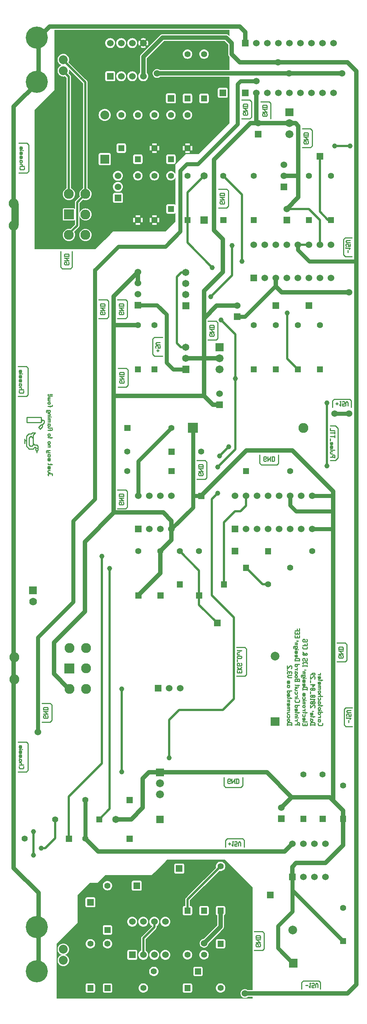
<source format=gbr>
G04 start of page 3 for group 1 idx 1 *
G04 Title: (unknown), solder *
G04 Creator: pcb 20091103 *
G04 CreationDate: Mon Oct  4 16:31:00 2010 UTC *
G04 For: fosse *
G04 Format: Gerber/RS-274X *
G04 PCB-Dimensions: 440000 900000 *
G04 PCB-Coordinate-Origin: lower left *
%MOIN*%
%FSLAX25Y25*%
%LNBACK*%
%ADD11C,0.0200*%
%ADD12C,0.0400*%
%ADD13C,0.0350*%
%ADD14C,0.0100*%
%ADD15C,0.0090*%
%ADD17C,0.0550*%
%ADD18C,0.0600*%
%ADD19C,0.0800*%
%ADD20C,0.2000*%
%ADD21C,0.0650*%
%ADD22C,0.0900*%
%ADD23C,0.0720*%
%ADD24C,0.0787*%
%ADD25C,0.0700*%
%ADD26C,0.0460*%
%ADD28C,0.0300*%
%ADD29C,0.0280*%
%ADD30C,0.0320*%
%ADD31C,0.0790*%
%ADD32C,0.0380*%
%ADD33C,0.0510*%
%ADD34C,0.0420*%
%ADD35C,0.0395*%
%ADD36C,0.0315*%
%ADD37C,0.0472*%
%ADD38C,0.0500*%
G54D11*G36*
X315600Y846901D02*X321600D01*
Y804900D01*
X315600Y798900D01*
Y827900D01*
X318600D01*
X318860Y827923D01*
X319113Y827990D01*
X319350Y828101D01*
X319564Y828251D01*
X319749Y828436D01*
X319899Y828650D01*
X320010Y828887D01*
X320077Y829140D01*
X320100Y829400D01*
Y835400D01*
X320077Y835660D01*
X320010Y835913D01*
X319899Y836150D01*
X319749Y836364D01*
X319564Y836549D01*
X319350Y836699D01*
X319113Y836810D01*
X318860Y836877D01*
X318600Y836900D01*
X315600D01*
Y846901D01*
G37*
G36*
X298600D02*X315600D01*
Y836900D01*
X312600D01*
X312340Y836877D01*
X312087Y836810D01*
X311850Y836699D01*
X311636Y836549D01*
X311451Y836364D01*
X311301Y836150D01*
X311190Y835913D01*
X311123Y835660D01*
X311100Y835400D01*
Y829400D01*
X311123Y829140D01*
X311190Y828887D01*
X311301Y828650D01*
X311451Y828436D01*
X311636Y828251D01*
X311850Y828101D01*
X312087Y827990D01*
X312340Y827923D01*
X312600Y827900D01*
X315600D01*
Y798900D01*
X298600Y781900D01*
Y823150D01*
X301350D01*
X301610Y823173D01*
X301863Y823240D01*
X302100Y823351D01*
X302314Y823501D01*
X302499Y823686D01*
X302649Y823900D01*
X302760Y824137D01*
X302827Y824390D01*
X302850Y824650D01*
Y830150D01*
X302827Y830410D01*
X302760Y830663D01*
X302649Y830900D01*
X302499Y831114D01*
X302314Y831299D01*
X302100Y831449D01*
X301863Y831560D01*
X301610Y831627D01*
X301350Y831650D01*
X298600D01*
Y846901D01*
G37*
G36*
X287100D02*X298600D01*
Y831650D01*
X295850D01*
X295590Y831627D01*
X295337Y831560D01*
X295100Y831449D01*
X294886Y831299D01*
X294701Y831114D01*
X294551Y830900D01*
X294440Y830663D01*
X294373Y830410D01*
X294350Y830150D01*
Y824650D01*
X294373Y824390D01*
X294440Y824137D01*
X294551Y823900D01*
X294701Y823686D01*
X294886Y823501D01*
X295100Y823351D01*
X295337Y823240D01*
X295590Y823173D01*
X295850Y823150D01*
X298600D01*
Y781900D01*
X293600Y776900D01*
X287100D01*
Y780400D01*
X287850D01*
Y784400D01*
X287100D01*
Y810016D01*
X287281Y810275D01*
X287594Y810946D01*
X287785Y811662D01*
X287850Y812400D01*
X287785Y813138D01*
X287594Y813854D01*
X287281Y814525D01*
X287100Y814784D01*
Y823351D01*
X287314Y823501D01*
X287499Y823686D01*
X287649Y823900D01*
X287760Y824137D01*
X287827Y824390D01*
X287850Y824650D01*
Y830150D01*
X287827Y830410D01*
X287760Y830663D01*
X287649Y830900D01*
X287499Y831114D01*
X287314Y831299D01*
X287100Y831449D01*
Y846901D01*
G37*
G36*
Y814784D02*X286856Y815132D01*
X286332Y815656D01*
X285725Y816081D01*
X285054Y816394D01*
X284338Y816585D01*
X283600Y816650D01*
Y823150D01*
X286350D01*
X286610Y823173D01*
X286863Y823240D01*
X287100Y823351D01*
Y814784D01*
G37*
G36*
Y776900D02*X283600D01*
Y778150D01*
X285600D01*
Y779650D01*
X283600D01*
Y785150D01*
X285600D01*
Y786650D01*
X283600D01*
Y808150D01*
X284338Y808215D01*
X285054Y808406D01*
X285725Y808719D01*
X286332Y809144D01*
X286856Y809668D01*
X287100Y810016D01*
Y784400D01*
X286350D01*
Y780400D01*
X287100D01*
Y776900D01*
G37*
G36*
X283600Y846901D02*X287100D01*
Y831449D01*
X286863Y831560D01*
X286610Y831627D01*
X286350Y831650D01*
X283600D01*
Y846901D01*
G37*
G36*
X298600Y879400D02*X317357D01*
X320600Y876157D01*
Y867400D01*
X320611Y867275D01*
Y867139D01*
X320635Y867002D01*
X320646Y866879D01*
X320678Y866759D01*
X320702Y866624D01*
X320748Y866498D01*
X320781Y866374D01*
X320836Y866256D01*
X320881Y866133D01*
X320945Y866023D01*
X321002Y865900D01*
X321077Y865794D01*
X321142Y865680D01*
X321229Y865576D01*
X321302Y865472D01*
X321390Y865384D01*
X321478Y865279D01*
X321600Y865157D01*
Y852900D01*
X298600D01*
Y863150D01*
X299338Y863215D01*
X300054Y863406D01*
X300725Y863719D01*
X301332Y864144D01*
X301856Y864668D01*
X302281Y865275D01*
X302594Y865946D01*
X302785Y866662D01*
X302850Y867400D01*
X302785Y868138D01*
X302594Y868854D01*
X302281Y869525D01*
X301856Y870132D01*
X301332Y870656D01*
X300725Y871081D01*
X300054Y871394D01*
X299338Y871585D01*
X298600Y871650D01*
Y879400D01*
G37*
G36*
X283600D02*X298600D01*
Y871650D01*
X297862Y871585D01*
X297146Y871394D01*
X296475Y871081D01*
X295868Y870656D01*
X295344Y870132D01*
X294919Y869525D01*
X294606Y868854D01*
X294415Y868138D01*
X294350Y867400D01*
X294415Y866662D01*
X294606Y865946D01*
X294919Y865275D01*
X295344Y864668D01*
X295868Y864144D01*
X296475Y863719D01*
X297146Y863406D01*
X297862Y863215D01*
X298600Y863150D01*
Y852900D01*
X283600D01*
Y863150D01*
X284338Y863215D01*
X285054Y863406D01*
X285725Y863719D01*
X286332Y864144D01*
X286856Y864668D01*
X287281Y865275D01*
X287594Y865946D01*
X287785Y866662D01*
X287850Y867400D01*
X287785Y868138D01*
X287594Y868854D01*
X287281Y869525D01*
X286856Y870132D01*
X286332Y870656D01*
X285725Y871081D01*
X285054Y871394D01*
X284338Y871585D01*
X283600Y871650D01*
Y879400D01*
G37*
G36*
X268600Y723150D02*X271350D01*
X271610Y723173D01*
X271863Y723240D01*
X272100Y723351D01*
X272314Y723501D01*
X272499Y723686D01*
X272600Y723830D01*
Y715900D01*
X268600Y711900D01*
Y723150D01*
G37*
G36*
Y753150D02*X269338Y753215D01*
X270054Y753406D01*
X270725Y753719D01*
X271332Y754144D01*
X271856Y754668D01*
X272281Y755275D01*
X272594Y755946D01*
X272600Y755968D01*
Y730970D01*
X272499Y731114D01*
X272314Y731299D01*
X272100Y731449D01*
X271863Y731560D01*
X271610Y731627D01*
X271350Y731650D01*
X268600D01*
Y753150D01*
G37*
G36*
X280100Y810016D02*X280344Y809668D01*
X280868Y809144D01*
X281475Y808719D01*
X282146Y808406D01*
X282862Y808215D01*
X283600Y808150D01*
Y786650D01*
X281600D01*
Y785150D01*
X283600D01*
Y779650D01*
X281600D01*
Y778150D01*
X283600D01*
Y776900D01*
X282100D01*
X280100Y774900D01*
Y780400D01*
X280850D01*
Y784400D01*
X280100D01*
Y810016D01*
G37*
G36*
Y823351D02*X280337Y823240D01*
X280590Y823173D01*
X280850Y823150D01*
X283600D01*
Y816650D01*
X282862Y816585D01*
X282146Y816394D01*
X281475Y816081D01*
X280868Y815656D01*
X280344Y815132D01*
X280100Y814784D01*
Y823351D01*
G37*
G36*
Y846901D02*X283600D01*
Y831650D01*
X280850D01*
X280590Y831627D01*
X280337Y831560D01*
X280100Y831449D01*
Y846901D01*
G37*
G36*
X268600D02*X280100D01*
Y831449D01*
X279886Y831299D01*
X279701Y831114D01*
X279551Y830900D01*
X279440Y830663D01*
X279373Y830410D01*
X279350Y830150D01*
Y824650D01*
X279373Y824390D01*
X279440Y824137D01*
X279551Y823900D01*
X279701Y823686D01*
X279886Y823501D01*
X280100Y823351D01*
Y814784D01*
X279919Y814525D01*
X279606Y813854D01*
X279415Y813138D01*
X279350Y812400D01*
X279415Y811662D01*
X279606Y810946D01*
X279919Y810275D01*
X280100Y810016D01*
Y784400D01*
X279350D01*
Y780400D01*
X280100D01*
Y774900D01*
X272600Y767400D01*
Y758832D01*
X272594Y758854D01*
X272281Y759525D01*
X271856Y760132D01*
X271332Y760656D01*
X270725Y761081D01*
X270054Y761394D01*
X269338Y761585D01*
X268600Y761650D01*
Y768150D01*
X271350D01*
X271610Y768173D01*
X271863Y768240D01*
X272100Y768351D01*
X272314Y768501D01*
X272499Y768686D01*
X272649Y768900D01*
X272760Y769137D01*
X272827Y769390D01*
X272850Y769650D01*
Y775150D01*
X272827Y775410D01*
X272760Y775663D01*
X272649Y775900D01*
X272499Y776114D01*
X272314Y776299D01*
X272100Y776449D01*
X271863Y776560D01*
X271610Y776627D01*
X271350Y776650D01*
X268600D01*
Y808150D01*
X269338Y808215D01*
X270054Y808406D01*
X270725Y808719D01*
X271332Y809144D01*
X271856Y809668D01*
X272281Y810275D01*
X272594Y810946D01*
X272785Y811662D01*
X272850Y812400D01*
X272785Y813138D01*
X272594Y813854D01*
X272281Y814525D01*
X271856Y815132D01*
X271332Y815656D01*
X270725Y816081D01*
X270054Y816394D01*
X269338Y816585D01*
X268600Y816650D01*
Y822900D01*
X271600D01*
X271860Y822923D01*
X272113Y822990D01*
X272350Y823101D01*
X272564Y823251D01*
X272749Y823436D01*
X272899Y823650D01*
X273010Y823887D01*
X273077Y824140D01*
X273100Y824400D01*
Y830400D01*
X273077Y830660D01*
X273010Y830913D01*
X272899Y831150D01*
X272749Y831364D01*
X272564Y831549D01*
X272350Y831699D01*
X272113Y831810D01*
X271860Y831877D01*
X271600Y831900D01*
X268600D01*
Y846901D01*
G37*
G36*
Y879400D02*X283600D01*
Y871650D01*
X282862Y871585D01*
X282146Y871394D01*
X281475Y871081D01*
X280868Y870656D01*
X280344Y870132D01*
X279919Y869525D01*
X279606Y868854D01*
X279415Y868138D01*
X279350Y867400D01*
X279415Y866662D01*
X279606Y865946D01*
X279919Y865275D01*
X280344Y864668D01*
X280868Y864144D01*
X281475Y863719D01*
X282146Y863406D01*
X282862Y863215D01*
X283600Y863150D01*
Y852900D01*
X268600D01*
Y879400D01*
G37*
G36*
X257100Y846043D02*X257468Y846141D01*
X258100Y846436D01*
X258671Y846836D01*
X258736Y846901D01*
X268600D01*
Y831900D01*
X265600D01*
X265340Y831877D01*
X265087Y831810D01*
X264850Y831699D01*
X264636Y831549D01*
X264451Y831364D01*
X264301Y831150D01*
X264190Y830913D01*
X264123Y830660D01*
X264100Y830400D01*
Y824400D01*
X264123Y824140D01*
X264190Y823887D01*
X264301Y823650D01*
X264451Y823436D01*
X264636Y823251D01*
X264850Y823101D01*
X265087Y822990D01*
X265340Y822923D01*
X265600Y822900D01*
X268600D01*
Y816650D01*
X267862Y816585D01*
X267146Y816394D01*
X266475Y816081D01*
X265868Y815656D01*
X265344Y815132D01*
X264919Y814525D01*
X264606Y813854D01*
X264415Y813138D01*
X264350Y812400D01*
X264415Y811662D01*
X264606Y810946D01*
X264919Y810275D01*
X265344Y809668D01*
X265868Y809144D01*
X266475Y808719D01*
X267146Y808406D01*
X267862Y808215D01*
X268600Y808150D01*
Y776650D01*
X265850D01*
X265590Y776627D01*
X265337Y776560D01*
X265100Y776449D01*
X264886Y776299D01*
X264701Y776114D01*
X264551Y775900D01*
X264440Y775663D01*
X264373Y775410D01*
X264350Y775150D01*
Y769650D01*
X264373Y769390D01*
X264440Y769137D01*
X264551Y768900D01*
X264701Y768686D01*
X264886Y768501D01*
X265100Y768351D01*
X265337Y768240D01*
X265590Y768173D01*
X265850Y768150D01*
X268600D01*
Y761650D01*
X267862Y761585D01*
X267146Y761394D01*
X266475Y761081D01*
X265868Y760656D01*
X265344Y760132D01*
X264919Y759525D01*
X264606Y758854D01*
X264415Y758138D01*
X264350Y757400D01*
X264415Y756662D01*
X264606Y755946D01*
X264919Y755275D01*
X265344Y754668D01*
X265868Y754144D01*
X266475Y753719D01*
X267146Y753406D01*
X267862Y753215D01*
X268600Y753150D01*
Y731650D01*
X265850D01*
X265590Y731627D01*
X265337Y731560D01*
X265100Y731449D01*
X264886Y731299D01*
X264701Y731114D01*
X264551Y730900D01*
X264440Y730663D01*
X264373Y730410D01*
X264350Y730150D01*
Y724650D01*
X264373Y724390D01*
X264440Y724137D01*
X264551Y723900D01*
X264701Y723686D01*
X264886Y723501D01*
X265100Y723351D01*
X265337Y723240D01*
X265590Y723173D01*
X265850Y723150D01*
X268600D01*
Y711900D01*
X263600Y706900D01*
X257100D01*
Y715400D01*
X257850D01*
Y719400D01*
X257100D01*
Y755016D01*
X257281Y755275D01*
X257594Y755946D01*
X257785Y756662D01*
X257850Y757400D01*
X257785Y758138D01*
X257594Y758854D01*
X257281Y759525D01*
X257100Y759784D01*
Y780400D01*
X257850D01*
Y784400D01*
X257100D01*
Y810016D01*
X257281Y810275D01*
X257594Y810946D01*
X257785Y811662D01*
X257850Y812400D01*
X257785Y813138D01*
X257594Y813854D01*
X257281Y814525D01*
X257100Y814784D01*
Y846043D01*
G37*
G36*
Y759784D02*X256856Y760132D01*
X256332Y760656D01*
X255725Y761081D01*
X255054Y761394D01*
X254338Y761585D01*
X253600Y761650D01*
Y778150D01*
X255600D01*
Y779650D01*
X253600D01*
Y785150D01*
X255600D01*
Y786650D01*
X253600D01*
Y808150D01*
X254338Y808215D01*
X255054Y808406D01*
X255725Y808719D01*
X256332Y809144D01*
X256856Y809668D01*
X257100Y810016D01*
Y784400D01*
X256350D01*
Y780400D01*
X257100D01*
Y759784D01*
G37*
G36*
Y706900D02*X253600D01*
Y713150D01*
X255600D01*
Y714650D01*
X253600D01*
Y720150D01*
X255600D01*
Y721650D01*
X253600D01*
Y753150D01*
X254338Y753215D01*
X255054Y753406D01*
X255725Y753719D01*
X256332Y754144D01*
X256856Y754668D01*
X257100Y755016D01*
Y719400D01*
X256350D01*
Y715400D01*
X257100D01*
Y706900D01*
G37*
G36*
X253600Y846786D02*X254100Y846436D01*
X254732Y846141D01*
X255405Y845961D01*
X256100Y845900D01*
X256795Y845961D01*
X257100Y846043D01*
Y814784D01*
X256856Y815132D01*
X256332Y815656D01*
X255725Y816081D01*
X255054Y816394D01*
X254338Y816585D01*
X253600Y816650D01*
Y846786D01*
G37*
G36*
Y870658D02*X262342Y879400D01*
X268600D01*
Y852900D01*
X258735D01*
X258671Y852964D01*
X258100Y853364D01*
X257468Y853659D01*
X256795Y853839D01*
X256100Y853900D01*
X255405Y853839D01*
X254732Y853659D01*
X254100Y853364D01*
X253600Y853014D01*
Y870658D01*
G37*
G36*
X250100Y755016D02*X250344Y754668D01*
X250868Y754144D01*
X251475Y753719D01*
X252146Y753406D01*
X252862Y753215D01*
X253600Y753150D01*
Y721650D01*
X251600D01*
Y720150D01*
X253600D01*
Y714650D01*
X251600D01*
Y713150D01*
X253600D01*
Y706900D01*
X250100D01*
Y715400D01*
X250850D01*
Y719400D01*
X250100D01*
Y755016D01*
G37*
G36*
Y810016D02*X250344Y809668D01*
X250868Y809144D01*
X251475Y808719D01*
X252146Y808406D01*
X252862Y808215D01*
X253600Y808150D01*
Y786650D01*
X251600D01*
Y785150D01*
X253600D01*
Y779650D01*
X251600D01*
Y778150D01*
X253600D01*
Y761650D01*
X252862Y761585D01*
X252146Y761394D01*
X251475Y761081D01*
X250868Y760656D01*
X250344Y760132D01*
X250100Y759784D01*
Y780400D01*
X250850D01*
Y784400D01*
X250100D01*
Y810016D01*
G37*
G36*
Y867158D02*X253600Y870658D01*
Y853014D01*
X253529Y852964D01*
X253036Y852471D01*
X252636Y851900D01*
X252341Y851268D01*
X252161Y850595D01*
X252100Y849900D01*
X252161Y849205D01*
X252341Y848532D01*
X252636Y847900D01*
X253036Y847329D01*
X253529Y846836D01*
X253600Y846786D01*
Y816650D01*
X252862Y816585D01*
X252146Y816394D01*
X251475Y816081D01*
X250868Y815656D01*
X250344Y815132D01*
X250100Y814784D01*
Y867158D01*
G37*
G36*
X242100Y843161D02*X242819Y842968D01*
X243600Y842900D01*
X244381Y842968D01*
X245139Y843171D01*
X245850Y843503D01*
X246493Y843953D01*
X247047Y844507D01*
X247497Y845150D01*
X247829Y845861D01*
X248032Y846619D01*
X248100Y847400D01*
X248032Y848181D01*
X247829Y848939D01*
X247497Y849650D01*
X247047Y850293D01*
X246600Y850740D01*
Y863658D01*
X250100Y867158D01*
Y814784D01*
X249919Y814525D01*
X249606Y813854D01*
X249415Y813138D01*
X249350Y812400D01*
X249415Y811662D01*
X249606Y810946D01*
X249919Y810275D01*
X250100Y810016D01*
Y784400D01*
X249350D01*
Y780400D01*
X250100D01*
Y759784D01*
X249919Y759525D01*
X249606Y758854D01*
X249415Y758138D01*
X249350Y757400D01*
X249415Y756662D01*
X249606Y755946D01*
X249919Y755275D01*
X250100Y755016D01*
Y719400D01*
X249350D01*
Y715400D01*
X250100D01*
Y706900D01*
X242100D01*
Y715400D01*
X242850D01*
Y719400D01*
X242100D01*
Y755016D01*
X242281Y755275D01*
X242594Y755946D01*
X242785Y756662D01*
X242850Y757400D01*
X242785Y758138D01*
X242594Y758854D01*
X242281Y759525D01*
X242100Y759784D01*
Y768351D01*
X242314Y768501D01*
X242499Y768686D01*
X242649Y768900D01*
X242760Y769137D01*
X242827Y769390D01*
X242850Y769650D01*
Y775150D01*
X242827Y775410D01*
X242760Y775663D01*
X242649Y775900D01*
X242499Y776114D01*
X242314Y776299D01*
X242100Y776449D01*
Y810016D01*
X242281Y810275D01*
X242594Y810946D01*
X242785Y811662D01*
X242850Y812400D01*
X242785Y813138D01*
X242594Y813854D01*
X242281Y814525D01*
X242100Y814784D01*
Y843161D01*
G37*
G36*
X321600Y889401D02*Y883643D01*
X320722Y884521D01*
X320629Y884599D01*
X320529Y884699D01*
X320411Y884782D01*
X320321Y884857D01*
X320222Y884914D01*
X320101Y884999D01*
X319975Y885057D01*
X319869Y885119D01*
X319748Y885163D01*
X319626Y885220D01*
X319494Y885256D01*
X319377Y885298D01*
X319250Y885321D01*
X319121Y885355D01*
X318988Y885367D01*
X318862Y885389D01*
X318737D01*
X318600Y885401D01*
X261100D01*
Y885400D01*
X260986Y885390D01*
X260838D01*
X260689Y885364D01*
X260579Y885354D01*
X260472Y885325D01*
X260323Y885299D01*
X260185Y885249D01*
X260074Y885219D01*
X259969Y885170D01*
X259832Y885120D01*
X259709Y885049D01*
X259600Y884998D01*
X259500Y884928D01*
X259379Y884858D01*
X259270Y884767D01*
X259172Y884698D01*
X259090Y884616D01*
X258978Y884522D01*
X247213Y872757D01*
Y875260D01*
X247308Y875282D01*
X247429Y875333D01*
X247538Y875405D01*
X247634Y875494D01*
X247713Y875598D01*
X247772Y875715D01*
X247914Y876122D01*
X248017Y876542D01*
X248079Y876969D01*
X248100Y877400D01*
X248079Y877832D01*
X248017Y878259D01*
X247914Y878679D01*
X247772Y879086D01*
X247771D01*
X247712Y879202D01*
X247633Y879307D01*
X247537Y879396D01*
X247428Y879467D01*
X247307Y879518D01*
X247213Y879539D01*
Y889401D01*
X321600D01*
G37*
G36*
X247213Y872757D02*X242100Y867644D01*
Y873163D01*
X242321Y873086D01*
X242741Y872983D01*
X243168Y872921D01*
X243600Y872900D01*
X244031Y872921D01*
X244458Y872983D01*
X244878Y873086D01*
X245285Y873228D01*
Y873229D01*
X245401Y873288D01*
X245506Y873367D01*
X245595Y873463D01*
X245666Y873572D01*
X245717Y873693D01*
X245746Y873820D01*
X245753Y873950D01*
X245737Y874080D01*
X245699Y874205D01*
X245640Y874321D01*
X245561Y874426D01*
X245465Y874515D01*
X245356Y874586D01*
X245235Y874637D01*
X245108Y874666D01*
X244978Y874673D01*
X244848Y874657D01*
X244723Y874619D01*
X244452Y874524D01*
X244172Y874456D01*
X243887Y874414D01*
X243600Y874400D01*
X243312Y874414D01*
X243027Y874456D01*
X242747Y874524D01*
X242476Y874619D01*
Y874620D01*
X242351Y874658D01*
X242221Y874674D01*
X242100Y874668D01*
Y880135D01*
X242221Y880128D01*
X242351Y880144D01*
X242476Y880182D01*
X242747Y880277D01*
X243027Y880345D01*
X243312Y880387D01*
X243600Y880400D01*
X243887Y880387D01*
X244172Y880345D01*
X244452Y880277D01*
X244723Y880182D01*
Y880181D01*
X244848Y880143D01*
X244978Y880127D01*
X245109Y880134D01*
X245236Y880163D01*
X245357Y880214D01*
X245466Y880286D01*
X245562Y880375D01*
X245641Y880479D01*
X245700Y880596D01*
X245738Y880721D01*
X245754Y880851D01*
X245747Y880982D01*
X245718Y881109D01*
X245667Y881230D01*
X245595Y881339D01*
X245506Y881435D01*
X245402Y881514D01*
X245285Y881573D01*
X244878Y881715D01*
X244458Y881818D01*
X244031Y881880D01*
X243600Y881900D01*
X243168Y881880D01*
X242741Y881818D01*
X242321Y881715D01*
X242100Y881638D01*
Y889401D01*
X247213D01*
Y879539D01*
X247180Y879547D01*
X247050Y879554D01*
X246920Y879538D01*
X246795Y879500D01*
X246679Y879441D01*
X246574Y879362D01*
X246485Y879266D01*
X246414Y879157D01*
X246363Y879036D01*
X246334Y878909D01*
X246327Y878779D01*
X246343Y878649D01*
X246381Y878524D01*
X246476Y878253D01*
X246544Y877973D01*
X246586Y877688D01*
X246600Y877400D01*
X246586Y877113D01*
X246544Y876828D01*
X246476Y876548D01*
X246381Y876277D01*
X246380D01*
X246342Y876152D01*
X246326Y876022D01*
X246333Y875891D01*
X246362Y875764D01*
X246413Y875643D01*
X246485Y875534D01*
X246574Y875438D01*
X246678Y875359D01*
X246795Y875300D01*
X246920Y875262D01*
X247050Y875246D01*
X247181Y875253D01*
X247213Y875260D01*
Y872757D01*
G37*
G36*
X242100Y776449D02*X241863Y776560D01*
X241610Y776627D01*
X241350Y776650D01*
X238600D01*
Y808150D01*
X239338Y808215D01*
X240054Y808406D01*
X240725Y808719D01*
X241332Y809144D01*
X241856Y809668D01*
X242100Y810016D01*
Y776449D01*
G37*
G36*
Y759784D02*X241856Y760132D01*
X241332Y760656D01*
X240725Y761081D01*
X240054Y761394D01*
X239338Y761585D01*
X238600Y761650D01*
Y768150D01*
X241350D01*
X241610Y768173D01*
X241863Y768240D01*
X242100Y768351D01*
Y759784D01*
G37*
G36*
Y706900D02*X238600D01*
Y713150D01*
X240600D01*
Y714650D01*
X238600D01*
Y720150D01*
X240600D01*
Y721650D01*
X238600D01*
Y753150D01*
X239338Y753215D01*
X240054Y753406D01*
X240725Y753719D01*
X241332Y754144D01*
X241856Y754668D01*
X242100Y755016D01*
Y719400D01*
X241350D01*
Y715400D01*
X242100D01*
Y706900D01*
G37*
G36*
X239987Y844744D02*X240153Y844507D01*
X240707Y843953D01*
X241350Y843503D01*
X242061Y843171D01*
X242100Y843161D01*
Y814784D01*
X241856Y815132D01*
X241332Y815656D01*
X240725Y816081D01*
X240054Y816394D01*
X239987Y816412D01*
Y844744D01*
G37*
G36*
X242100Y867644D02*X241478Y867022D01*
X241479Y867021D01*
X241407Y866935D01*
X241301Y866829D01*
X241214Y866704D01*
X241143Y866620D01*
X241088Y866525D01*
X241001Y866401D01*
X240939Y866268D01*
X240881Y866168D01*
X240840Y866056D01*
X240780Y865926D01*
X240742Y865784D01*
X240703Y865676D01*
X240683Y865564D01*
X240645Y865421D01*
X240632Y865275D01*
X240612Y865161D01*
Y865047D01*
X240599Y864900D01*
Y850739D01*
X240153Y850293D01*
X239987Y850056D01*
Y875261D01*
X240019Y875254D01*
X240149Y875247D01*
X240279Y875263D01*
X240404Y875301D01*
X240520Y875360D01*
X240625Y875439D01*
X240714Y875535D01*
X240785Y875644D01*
X240836Y875765D01*
X240865Y875892D01*
X240872Y876022D01*
X240856Y876152D01*
X240818Y876277D01*
X240723Y876548D01*
X240655Y876828D01*
X240613Y877113D01*
X240600Y877400D01*
X240613Y877688D01*
X240655Y877973D01*
X240723Y878253D01*
X240818Y878524D01*
X240819D01*
X240857Y878649D01*
X240873Y878779D01*
X240866Y878910D01*
X240837Y879037D01*
X240786Y879158D01*
X240714Y879267D01*
X240625Y879363D01*
X240521Y879442D01*
X240404Y879501D01*
X240279Y879539D01*
X240149Y879555D01*
X240018Y879548D01*
X239987Y879541D01*
Y889401D01*
X242100D01*
Y881638D01*
X241914Y881573D01*
Y881572D01*
X241798Y881513D01*
X241693Y881434D01*
X241604Y881338D01*
X241533Y881229D01*
X241482Y881108D01*
X241453Y880981D01*
X241446Y880851D01*
X241462Y880721D01*
X241500Y880596D01*
X241559Y880480D01*
X241638Y880375D01*
X241734Y880286D01*
X241843Y880215D01*
X241964Y880164D01*
X242091Y880135D01*
X242100D01*
Y874668D01*
X242090Y874667D01*
X241963Y874638D01*
X241842Y874587D01*
X241733Y874515D01*
X241637Y874426D01*
X241558Y874322D01*
X241499Y874205D01*
X241461Y874080D01*
X241445Y873950D01*
X241452Y873819D01*
X241481Y873692D01*
X241532Y873571D01*
X241604Y873462D01*
X241693Y873366D01*
X241797Y873287D01*
X241914Y873228D01*
X242100Y873163D01*
Y867644D01*
G37*
G36*
X239987Y850056D02*X239703Y849650D01*
X239371Y848939D01*
X239168Y848181D01*
X239100Y847400D01*
X239168Y846619D01*
X239371Y845861D01*
X239703Y845150D01*
X239987Y844744D01*
Y816412D01*
X239338Y816585D01*
X238600Y816650D01*
Y889401D01*
X239987D01*
Y879541D01*
X239891Y879519D01*
X239770Y879468D01*
X239661Y879396D01*
X239565Y879307D01*
X239486Y879203D01*
X239427Y879086D01*
X239285Y878679D01*
X239182Y878259D01*
X239120Y877832D01*
X239100Y877400D01*
X239120Y876969D01*
X239182Y876542D01*
X239285Y876122D01*
X239427Y875715D01*
X239428D01*
X239487Y875599D01*
X239566Y875494D01*
X239662Y875405D01*
X239771Y875334D01*
X239892Y875283D01*
X239987Y875261D01*
Y850056D01*
G37*
G36*
X235100Y768351D02*X235337Y768240D01*
X235590Y768173D01*
X235850Y768150D01*
X238600D01*
Y761650D01*
X237862Y761585D01*
X237146Y761394D01*
X236475Y761081D01*
X235868Y760656D01*
X235344Y760132D01*
X235100Y759784D01*
Y768351D01*
G37*
G36*
Y810016D02*X235344Y809668D01*
X235868Y809144D01*
X236475Y808719D01*
X237146Y808406D01*
X237862Y808215D01*
X238600Y808150D01*
Y776650D01*
X235850D01*
X235590Y776627D01*
X235337Y776560D01*
X235100Y776449D01*
Y810016D01*
G37*
G36*
Y889401D02*X238600D01*
Y816650D01*
X237862Y816585D01*
X237146Y816394D01*
X236475Y816081D01*
X235868Y815656D01*
X235344Y815132D01*
X235100Y814784D01*
Y843161D01*
X235139Y843171D01*
X235850Y843503D01*
X236493Y843953D01*
X237047Y844507D01*
X237497Y845150D01*
X237829Y845861D01*
X238032Y846619D01*
X238100Y847400D01*
X238032Y848181D01*
X237829Y848939D01*
X237497Y849650D01*
X237047Y850293D01*
X236493Y850847D01*
X235850Y851297D01*
X235139Y851629D01*
X235100Y851639D01*
Y873161D01*
X235139Y873171D01*
X235850Y873503D01*
X236493Y873953D01*
X237047Y874507D01*
X237497Y875150D01*
X237829Y875861D01*
X238032Y876619D01*
X238100Y877400D01*
X238032Y878181D01*
X237829Y878939D01*
X237497Y879650D01*
X237047Y880293D01*
X236493Y880847D01*
X235850Y881297D01*
X235139Y881629D01*
X235100Y881639D01*
Y889401D01*
G37*
G36*
X238600Y706900D02*X235100D01*
Y715400D01*
X235850D01*
Y719400D01*
X235100D01*
Y755016D01*
X235344Y754668D01*
X235868Y754144D01*
X236475Y753719D01*
X237146Y753406D01*
X237862Y753215D01*
X238600Y753150D01*
Y721650D01*
X236600D01*
Y720150D01*
X238600D01*
Y714650D01*
X236600D01*
Y713150D01*
X238600D01*
Y706900D01*
G37*
G36*
X235100D02*X220600D01*
Y732900D01*
X223600D01*
X223860Y732923D01*
X224113Y732990D01*
X224350Y733101D01*
X224564Y733251D01*
X224749Y733436D01*
X224899Y733650D01*
X225010Y733887D01*
X225077Y734140D01*
X225100Y734400D01*
Y740400D01*
X225077Y740660D01*
X225010Y740913D01*
X224899Y741150D01*
X224749Y741364D01*
X224564Y741549D01*
X224350Y741699D01*
X224113Y741810D01*
X223860Y741877D01*
X223600Y741900D01*
X220600D01*
Y742900D01*
X221381Y742968D01*
X222139Y743171D01*
X222850Y743503D01*
X223493Y743953D01*
X224047Y744507D01*
X224497Y745150D01*
X224829Y745861D01*
X225032Y746619D01*
X225100Y747400D01*
X225032Y748181D01*
X224829Y748939D01*
X224497Y749650D01*
X224047Y750293D01*
X223493Y750847D01*
X222850Y751297D01*
X222139Y751629D01*
X221381Y751832D01*
X220600Y751900D01*
Y752900D01*
X221381Y752968D01*
X222139Y753171D01*
X222850Y753503D01*
X223493Y753953D01*
X224047Y754507D01*
X224497Y755150D01*
X224829Y755861D01*
X225032Y756619D01*
X225100Y757400D01*
X225032Y758181D01*
X224829Y758939D01*
X224497Y759650D01*
X224047Y760293D01*
X223493Y760847D01*
X222850Y761297D01*
X222139Y761629D01*
X221381Y761832D01*
X220600Y761900D01*
Y778172D01*
X220850Y778150D01*
X226350D01*
X226610Y778173D01*
X226863Y778240D01*
X227100Y778351D01*
X227314Y778501D01*
X227499Y778686D01*
X227649Y778900D01*
X227760Y779137D01*
X227827Y779390D01*
X227850Y779650D01*
Y785150D01*
X227827Y785410D01*
X227760Y785663D01*
X227649Y785900D01*
X227499Y786114D01*
X227314Y786299D01*
X227100Y786449D01*
X226863Y786560D01*
X226610Y786627D01*
X226350Y786650D01*
X220850D01*
X220600Y786628D01*
Y809412D01*
X220868Y809144D01*
X221475Y808719D01*
X222146Y808406D01*
X222862Y808215D01*
X223600Y808150D01*
X224338Y808215D01*
X225054Y808406D01*
X225725Y808719D01*
X226332Y809144D01*
X226856Y809668D01*
X227281Y810275D01*
X227594Y810946D01*
X227785Y811662D01*
X227850Y812400D01*
X227785Y813138D01*
X227594Y813854D01*
X227281Y814525D01*
X226856Y815132D01*
X226332Y815656D01*
X225725Y816081D01*
X225054Y816394D01*
X224338Y816585D01*
X223600Y816650D01*
X222862Y816585D01*
X222146Y816394D01*
X221475Y816081D01*
X220868Y815656D01*
X220600Y815388D01*
Y844060D01*
X220707Y843953D01*
X221350Y843503D01*
X222061Y843171D01*
X222819Y842968D01*
X223600Y842900D01*
X224381Y842968D01*
X225139Y843171D01*
X225850Y843503D01*
X226493Y843953D01*
X227047Y844507D01*
X227497Y845150D01*
X227829Y845861D01*
X228032Y846619D01*
X228100Y847400D01*
X228032Y848181D01*
X227829Y848939D01*
X227497Y849650D01*
X227047Y850293D01*
X226493Y850847D01*
X225850Y851297D01*
X225139Y851629D01*
X224381Y851832D01*
X223600Y851900D01*
X222819Y851832D01*
X222061Y851629D01*
X221350Y851297D01*
X220707Y850847D01*
X220600Y850740D01*
Y874060D01*
X220707Y873953D01*
X221350Y873503D01*
X222061Y873171D01*
X222819Y872968D01*
X223600Y872900D01*
X224381Y872968D01*
X225139Y873171D01*
X225850Y873503D01*
X226493Y873953D01*
X227047Y874507D01*
X227497Y875150D01*
X227829Y875861D01*
X228032Y876619D01*
X228100Y877400D01*
X228032Y878181D01*
X227829Y878939D01*
X227497Y879650D01*
X227047Y880293D01*
X226493Y880847D01*
X225850Y881297D01*
X225139Y881629D01*
X224381Y881832D01*
X223600Y881900D01*
X222819Y881832D01*
X222061Y881629D01*
X221350Y881297D01*
X220707Y880847D01*
X220600Y880740D01*
Y889401D01*
X235100D01*
Y881639D01*
X234381Y881832D01*
X233600Y881900D01*
X232819Y881832D01*
X232061Y881629D01*
X231350Y881297D01*
X230707Y880847D01*
X230153Y880293D01*
X229703Y879650D01*
X229371Y878939D01*
X229168Y878181D01*
X229100Y877400D01*
X229168Y876619D01*
X229371Y875861D01*
X229703Y875150D01*
X230153Y874507D01*
X230707Y873953D01*
X231350Y873503D01*
X232061Y873171D01*
X232819Y872968D01*
X233600Y872900D01*
X234381Y872968D01*
X235100Y873161D01*
Y851639D01*
X234381Y851832D01*
X233600Y851900D01*
X232819Y851832D01*
X232061Y851629D01*
X231350Y851297D01*
X230707Y850847D01*
X230153Y850293D01*
X229703Y849650D01*
X229371Y848939D01*
X229168Y848181D01*
X229100Y847400D01*
X229168Y846619D01*
X229371Y845861D01*
X229703Y845150D01*
X230153Y844507D01*
X230707Y843953D01*
X231350Y843503D01*
X232061Y843171D01*
X232819Y842968D01*
X233600Y842900D01*
X234381Y842968D01*
X235100Y843161D01*
Y814784D01*
X234919Y814525D01*
X234606Y813854D01*
X234415Y813138D01*
X234350Y812400D01*
X234415Y811662D01*
X234606Y810946D01*
X234919Y810275D01*
X235100Y810016D01*
Y776449D01*
X234886Y776299D01*
X234701Y776114D01*
X234551Y775900D01*
X234440Y775663D01*
X234373Y775410D01*
X234350Y775150D01*
Y769650D01*
X234373Y769390D01*
X234440Y769137D01*
X234551Y768900D01*
X234701Y768686D01*
X234886Y768501D01*
X235100Y768351D01*
Y759784D01*
X234919Y759525D01*
X234606Y758854D01*
X234415Y758138D01*
X234350Y757400D01*
X234415Y756662D01*
X234606Y755946D01*
X234919Y755275D01*
X235100Y755016D01*
Y719400D01*
X234350D01*
Y715400D01*
X235100D01*
Y706900D01*
G37*
G36*
X220600D02*X216100D01*
X213600Y704400D01*
Y767287D01*
X213749Y767436D01*
X213899Y767650D01*
X214010Y767887D01*
X214077Y768140D01*
X214100Y768400D01*
Y776400D01*
X214077Y776660D01*
X214010Y776913D01*
X213899Y777150D01*
X213749Y777364D01*
X213600Y777513D01*
Y810159D01*
X213768Y810519D01*
X214016Y811445D01*
X214100Y812400D01*
X214016Y813355D01*
X213768Y814281D01*
X213600Y814641D01*
Y842900D01*
X216600D01*
X216860Y842923D01*
X217113Y842990D01*
X217350Y843101D01*
X217564Y843251D01*
X217749Y843436D01*
X217899Y843650D01*
X218010Y843887D01*
X218077Y844140D01*
X218100Y844400D01*
Y850400D01*
X218077Y850660D01*
X218010Y850913D01*
X217899Y851150D01*
X217749Y851364D01*
X217564Y851549D01*
X217350Y851699D01*
X217113Y851810D01*
X216860Y851877D01*
X216600Y851900D01*
X213600D01*
Y872900D01*
X214381Y872968D01*
X215139Y873171D01*
X215850Y873503D01*
X216493Y873953D01*
X217047Y874507D01*
X217497Y875150D01*
X217829Y875861D01*
X218032Y876619D01*
X218100Y877400D01*
X218032Y878181D01*
X217829Y878939D01*
X217497Y879650D01*
X217047Y880293D01*
X216493Y880847D01*
X215850Y881297D01*
X215139Y881629D01*
X214381Y881832D01*
X213600Y881900D01*
Y889401D01*
X220600D01*
Y880740D01*
X220153Y880293D01*
X219703Y879650D01*
X219371Y878939D01*
X219168Y878181D01*
X219100Y877400D01*
X219168Y876619D01*
X219371Y875861D01*
X219703Y875150D01*
X220153Y874507D01*
X220600Y874060D01*
Y850740D01*
X220153Y850293D01*
X219703Y849650D01*
X219371Y848939D01*
X219168Y848181D01*
X219100Y847400D01*
X219168Y846619D01*
X219371Y845861D01*
X219703Y845150D01*
X220153Y844507D01*
X220600Y844060D01*
Y815388D01*
X220344Y815132D01*
X219919Y814525D01*
X219606Y813854D01*
X219415Y813138D01*
X219350Y812400D01*
X219415Y811662D01*
X219606Y810946D01*
X219919Y810275D01*
X220344Y809668D01*
X220600Y809412D01*
Y786628D01*
X220590Y786627D01*
X220337Y786560D01*
X220100Y786449D01*
X219886Y786299D01*
X219701Y786114D01*
X219551Y785900D01*
X219440Y785663D01*
X219373Y785410D01*
X219350Y785150D01*
Y779650D01*
X219373Y779390D01*
X219440Y779137D01*
X219551Y778900D01*
X219701Y778686D01*
X219886Y778501D01*
X220100Y778351D01*
X220337Y778240D01*
X220590Y778173D01*
X220600Y778172D01*
Y761900D01*
X219819Y761832D01*
X219061Y761629D01*
X218350Y761297D01*
X217707Y760847D01*
X217153Y760293D01*
X216703Y759650D01*
X216371Y758939D01*
X216168Y758181D01*
X216100Y757400D01*
X216168Y756619D01*
X216371Y755861D01*
X216703Y755150D01*
X217153Y754507D01*
X217707Y753953D01*
X218350Y753503D01*
X219061Y753171D01*
X219819Y752968D01*
X220600Y752900D01*
Y751900D01*
X219819Y751832D01*
X219061Y751629D01*
X218350Y751297D01*
X217707Y750847D01*
X217153Y750293D01*
X216703Y749650D01*
X216371Y748939D01*
X216168Y748181D01*
X216100Y747400D01*
X216168Y746619D01*
X216371Y745861D01*
X216703Y745150D01*
X217153Y744507D01*
X217707Y743953D01*
X218350Y743503D01*
X219061Y743171D01*
X219819Y742968D01*
X220600Y742900D01*
Y741900D01*
X217600D01*
X217340Y741877D01*
X217087Y741810D01*
X216850Y741699D01*
X216636Y741549D01*
X216451Y741364D01*
X216301Y741150D01*
X216190Y740913D01*
X216123Y740660D01*
X216100Y740400D01*
Y734400D01*
X216123Y734140D01*
X216190Y733887D01*
X216301Y733650D01*
X216451Y733436D01*
X216636Y733251D01*
X216850Y733101D01*
X217087Y732990D01*
X217340Y732923D01*
X217600Y732900D01*
X220600D01*
Y706900D01*
G37*
G36*
X213600Y814641D02*X213363Y815150D01*
X212813Y815935D01*
X212135Y816613D01*
X211350Y817163D01*
X210481Y817568D01*
X209555Y817816D01*
X208600Y817900D01*
Y889401D01*
X213600D01*
Y881900D01*
X212819Y881832D01*
X212061Y881629D01*
X211350Y881297D01*
X210707Y880847D01*
X210153Y880293D01*
X209703Y879650D01*
X209371Y878939D01*
X209168Y878181D01*
X209100Y877400D01*
X209168Y876619D01*
X209371Y875861D01*
X209703Y875150D01*
X210153Y874507D01*
X210707Y873953D01*
X211350Y873503D01*
X212061Y873171D01*
X212819Y872968D01*
X213600Y872900D01*
Y851900D01*
X210600D01*
X210340Y851877D01*
X210087Y851810D01*
X209850Y851699D01*
X209636Y851549D01*
X209451Y851364D01*
X209301Y851150D01*
X209190Y850913D01*
X209123Y850660D01*
X209100Y850400D01*
Y844400D01*
X209123Y844140D01*
X209190Y843887D01*
X209301Y843650D01*
X209451Y843436D01*
X209636Y843251D01*
X209850Y843101D01*
X210087Y842990D01*
X210340Y842923D01*
X210600Y842900D01*
X213600D01*
Y814641D01*
G37*
G36*
Y777513D02*X213564Y777549D01*
X213350Y777699D01*
X213113Y777810D01*
X212860Y777877D01*
X212600Y777900D01*
X208600D01*
Y806900D01*
X209555Y806984D01*
X210481Y807232D01*
X211350Y807637D01*
X212135Y808187D01*
X212813Y808865D01*
X213363Y809650D01*
X213600Y810159D01*
Y777513D01*
G37*
G36*
Y704400D02*X208600Y699400D01*
Y766900D01*
X212600D01*
X212860Y766923D01*
X213113Y766990D01*
X213350Y767101D01*
X213564Y767251D01*
X213600Y767287D01*
Y704400D01*
G37*
G36*
X208600Y699400D02*X200100Y690900D01*
X191100D01*
Y698400D01*
X192055Y698484D01*
X192981Y698732D01*
X193850Y699137D01*
X194635Y699687D01*
X195313Y700365D01*
X195863Y701150D01*
X196268Y702019D01*
X196516Y702945D01*
X196600Y703900D01*
X196516Y704855D01*
X196268Y705781D01*
X195863Y706650D01*
X195313Y707435D01*
X194635Y708113D01*
X193850Y708663D01*
X192981Y709068D01*
X192055Y709316D01*
X191100Y709400D01*
Y716900D01*
X192055Y716984D01*
X192981Y717232D01*
X193850Y717637D01*
X194635Y718187D01*
X195313Y718865D01*
X195863Y719650D01*
X196268Y720519D01*
X196516Y721445D01*
X196600Y722400D01*
X196516Y723355D01*
X196268Y724281D01*
X195863Y725150D01*
X195313Y725935D01*
X194635Y726613D01*
X193850Y727163D01*
X192981Y727568D01*
X192055Y727816D01*
X191100Y727900D01*
Y735400D01*
X192055Y735484D01*
X192981Y735732D01*
X193850Y736137D01*
X194635Y736687D01*
X195313Y737365D01*
X195863Y738150D01*
X196268Y739019D01*
X196516Y739945D01*
X196600Y740900D01*
X196516Y741855D01*
X196268Y742781D01*
X195863Y743650D01*
X195313Y744435D01*
X194635Y745113D01*
X193850Y745663D01*
X193100Y746013D01*
Y841900D01*
X193101D01*
X193093Y841992D01*
Y842075D01*
X193079Y842153D01*
X193071Y842247D01*
X193046Y842340D01*
X193032Y842418D01*
X193004Y842495D01*
X192980Y842584D01*
X192943Y842664D01*
X192913Y842746D01*
X192872Y842816D01*
X192833Y842901D01*
X192777Y842981D01*
X192738Y843048D01*
X192688Y843107D01*
X192633Y843186D01*
X192565Y843254D01*
X192514Y843315D01*
X191100Y844729D01*
Y889401D01*
X208600D01*
Y817900D01*
X207645Y817816D01*
X206719Y817568D01*
X205850Y817163D01*
X205065Y816613D01*
X204387Y815935D01*
X203837Y815150D01*
X203432Y814281D01*
X203184Y813355D01*
X203100Y812400D01*
X203184Y811445D01*
X203432Y810519D01*
X203837Y809650D01*
X204387Y808865D01*
X205065Y808187D01*
X205850Y807637D01*
X206719Y807232D01*
X207645Y806984D01*
X208600Y806900D01*
Y777900D01*
X204600D01*
X204340Y777877D01*
X204087Y777810D01*
X203850Y777699D01*
X203636Y777549D01*
X203451Y777364D01*
X203301Y777150D01*
X203190Y776913D01*
X203123Y776660D01*
X203100Y776400D01*
Y768400D01*
X203123Y768140D01*
X203190Y767887D01*
X203301Y767650D01*
X203451Y767436D01*
X203636Y767251D01*
X203850Y767101D01*
X204087Y766990D01*
X204340Y766923D01*
X204600Y766900D01*
X208600D01*
Y699400D01*
G37*
G36*
X191100Y727900D02*X190145Y727816D01*
X189219Y727568D01*
X188350Y727163D01*
X187565Y726613D01*
X186887Y725935D01*
X186337Y725150D01*
X185932Y724281D01*
X185684Y723355D01*
X185600Y722400D01*
Y732572D01*
X188906Y735878D01*
X189219Y735732D01*
X190145Y735484D01*
X191100Y735400D01*
Y727900D01*
G37*
G36*
Y690900D02*X145100D01*
Y816900D01*
X163100Y834900D01*
Y889401D01*
X191100D01*
Y844729D01*
X175776Y860053D01*
X176033Y860604D01*
X176270Y861488D01*
X176350Y862400D01*
X176270Y863312D01*
X176033Y864196D01*
X175647Y865025D01*
X175122Y865775D01*
X174475Y866422D01*
X173725Y866947D01*
X172896Y867333D01*
X172012Y867570D01*
X171100Y867650D01*
X170188Y867570D01*
X169304Y867333D01*
X168475Y866947D01*
X167725Y866422D01*
X167078Y865775D01*
X166553Y865025D01*
X166167Y864196D01*
X165930Y863312D01*
X165850Y862400D01*
X165930Y861488D01*
X166167Y860604D01*
X166553Y859775D01*
X167078Y859025D01*
X167725Y858378D01*
X168475Y857853D01*
X169304Y857467D01*
X169554Y857400D01*
X169304Y857333D01*
X168475Y856947D01*
X167725Y856422D01*
X167078Y855775D01*
X166553Y855025D01*
X166167Y854196D01*
X165930Y853312D01*
X165850Y852400D01*
X165930Y851488D01*
X166167Y850604D01*
X166553Y849775D01*
X167078Y849025D01*
X167725Y848378D01*
X168475Y847853D01*
X169304Y847467D01*
X170188Y847230D01*
X171100Y847150D01*
X172012Y847230D01*
X172745Y847426D01*
X174099Y846072D01*
Y746012D01*
X173350Y745663D01*
X172565Y745113D01*
X171887Y744435D01*
X171337Y743650D01*
X170932Y742781D01*
X170684Y741855D01*
X170600Y740900D01*
X170684Y739945D01*
X170932Y739019D01*
X171337Y738150D01*
X171887Y737365D01*
X172565Y736687D01*
X173350Y736137D01*
X174219Y735732D01*
X175145Y735484D01*
X176100Y735400D01*
X177055Y735484D01*
X177981Y735732D01*
X178850Y736137D01*
X179635Y736687D01*
X180313Y737365D01*
X180863Y738150D01*
X181268Y739019D01*
X181516Y739945D01*
X181600Y740900D01*
X181516Y741855D01*
X181268Y742781D01*
X180863Y743650D01*
X180313Y744435D01*
X179635Y745113D01*
X178850Y745663D01*
X178100Y746013D01*
Y846900D01*
X178101D01*
X178093Y846992D01*
Y847075D01*
X178079Y847153D01*
X178071Y847247D01*
X178046Y847340D01*
X178032Y847418D01*
X178004Y847495D01*
X177980Y847584D01*
X177943Y847664D01*
X177913Y847746D01*
X177872Y847816D01*
X177833Y847901D01*
X177777Y847981D01*
X177738Y848048D01*
X177688Y848107D01*
X177633Y848186D01*
X177565Y848254D01*
X177514Y848315D01*
X175776Y850053D01*
X176033Y850604D01*
X176270Y851488D01*
X176350Y852400D01*
X176270Y853312D01*
X176054Y854117D01*
X189099Y841072D01*
Y746012D01*
X188350Y745663D01*
X187565Y745113D01*
X186887Y744435D01*
X186337Y743650D01*
X185932Y742781D01*
X185684Y741855D01*
X185600Y740900D01*
X185684Y739945D01*
X185932Y739019D01*
X186077Y738707D01*
X182185Y734815D01*
X182186Y734814D01*
X182134Y734752D01*
X182068Y734686D01*
X182015Y734610D01*
X181962Y734547D01*
X181921Y734476D01*
X181868Y734400D01*
X181828Y734314D01*
X181788Y734245D01*
X181758Y734165D01*
X181721Y734084D01*
X181700Y734005D01*
X181668Y733918D01*
X181653Y733832D01*
X181630Y733747D01*
X181622Y733654D01*
X181608Y733574D01*
Y733493D01*
X181600Y733400D01*
Y726900D01*
X181585Y727074D01*
X181540Y727242D01*
X181466Y727400D01*
X181366Y727543D01*
X181243Y727666D01*
X181100Y727766D01*
X180942Y727840D01*
X180774Y727885D01*
X180600Y727900D01*
X171600D01*
X171426Y727885D01*
X171258Y727840D01*
X171100Y727766D01*
X170957Y727666D01*
X170834Y727543D01*
X170734Y727400D01*
X170660Y727242D01*
X170615Y727074D01*
X170600Y726900D01*
Y717900D01*
X170615Y717726D01*
X170660Y717558D01*
X170734Y717400D01*
X170834Y717257D01*
X170957Y717134D01*
X171100Y717034D01*
X171258Y716960D01*
X171426Y716915D01*
X171600Y716900D01*
X180600D01*
X180774Y716915D01*
X180942Y716960D01*
X181100Y717034D01*
X181243Y717134D01*
X181366Y717257D01*
X181466Y717400D01*
X181540Y717558D01*
X181585Y717726D01*
X181600Y717900D01*
Y713230D01*
X177553Y709183D01*
X177055Y709316D01*
X176100Y709400D01*
X175145Y709316D01*
X174219Y709068D01*
X173350Y708663D01*
X172565Y708113D01*
X171887Y707435D01*
X171337Y706650D01*
X170932Y705781D01*
X170684Y704855D01*
X170600Y703900D01*
X170684Y702945D01*
X170932Y702019D01*
X171337Y701150D01*
X171887Y700365D01*
X172565Y699687D01*
X173350Y699137D01*
X174219Y698732D01*
X175145Y698484D01*
X176100Y698400D01*
X177055Y698484D01*
X177981Y698732D01*
X178850Y699137D01*
X179635Y699687D01*
X180313Y700365D01*
X180863Y701150D01*
X181268Y702019D01*
X181516Y702945D01*
X181600Y703900D01*
X181516Y704855D01*
X181268Y705781D01*
X180863Y706650D01*
X180787Y706759D01*
X185014Y710986D01*
X185015Y710985D01*
X185077Y711059D01*
X185132Y711114D01*
X185175Y711176D01*
X185239Y711252D01*
X185289Y711339D01*
X185332Y711400D01*
X185361Y711463D01*
X185414Y711554D01*
X185451Y711656D01*
X185479Y711716D01*
X185497Y711783D01*
X185533Y711882D01*
X185550Y711978D01*
X185570Y712053D01*
X185577Y712135D01*
X185593Y712226D01*
Y712319D01*
X185600Y712400D01*
Y722400D01*
X185684Y721445D01*
X185932Y720519D01*
X186337Y719650D01*
X186887Y718865D01*
X187565Y718187D01*
X188350Y717637D01*
X189219Y717232D01*
X190145Y716984D01*
X191100Y716900D01*
Y709400D01*
X190145Y709316D01*
X189219Y709068D01*
X188350Y708663D01*
X187565Y708113D01*
X186887Y707435D01*
X186337Y706650D01*
X185932Y705781D01*
X185684Y704855D01*
X185600Y703900D01*
X185684Y702945D01*
X185932Y702019D01*
X186337Y701150D01*
X186887Y700365D01*
X187565Y699687D01*
X188350Y699137D01*
X189219Y698732D01*
X190145Y698484D01*
X191100Y698400D01*
Y690900D01*
G37*
G36*
X130600Y712400D02*X124100D01*
Y732400D01*
X130600D01*
Y712400D01*
G37*
G36*
X342600Y13400D02*X313600D01*
Y18650D01*
X314338Y18715D01*
X315054Y18906D01*
X315725Y19219D01*
X316332Y19644D01*
X316856Y20168D01*
X317281Y20775D01*
X317594Y21446D01*
X317785Y22162D01*
X317850Y22900D01*
X317785Y23638D01*
X317594Y24354D01*
X317281Y25025D01*
X316856Y25632D01*
X316332Y26156D01*
X315725Y26581D01*
X315054Y26894D01*
X314338Y27085D01*
X313600Y27150D01*
Y58650D01*
X316350D01*
X316610Y58673D01*
X316863Y58740D01*
X317100Y58851D01*
X317314Y59001D01*
X317499Y59186D01*
X317649Y59400D01*
X317760Y59637D01*
X317827Y59890D01*
X317850Y60150D01*
Y65650D01*
X317827Y65910D01*
X317760Y66163D01*
X317649Y66400D01*
X317499Y66614D01*
X317314Y66799D01*
X317100Y66949D01*
X316863Y67060D01*
X316610Y67127D01*
X316350Y67150D01*
X313600D01*
Y74158D01*
X315721Y76279D01*
X315722Y76278D01*
X315815Y76389D01*
X315898Y76472D01*
X315966Y76569D01*
X316058Y76679D01*
X316128Y76801D01*
X316198Y76900D01*
X316250Y77012D01*
X316320Y77132D01*
X316370Y77268D01*
X316419Y77374D01*
X316448Y77483D01*
X316499Y77623D01*
X316525Y77771D01*
X316554Y77879D01*
X316564Y77990D01*
X316590Y78138D01*
Y78287D01*
X316600Y78400D01*
Y88672D01*
X316610Y88673D01*
X316863Y88740D01*
X317100Y88851D01*
X317314Y89001D01*
X317499Y89186D01*
X317649Y89400D01*
X317760Y89637D01*
X317827Y89890D01*
X317850Y90150D01*
Y95650D01*
X317827Y95910D01*
X317760Y96163D01*
X317649Y96400D01*
X317499Y96614D01*
X317314Y96799D01*
X317100Y96949D01*
X316863Y97060D01*
X316610Y97127D01*
X316350Y97150D01*
X313600D01*
Y128650D01*
X314338Y128715D01*
X315054Y128906D01*
X315725Y129219D01*
X316332Y129644D01*
X316856Y130168D01*
X317281Y130775D01*
X317594Y131446D01*
X317785Y132162D01*
X317850Y132900D01*
X317785Y133638D01*
X317594Y134354D01*
X317281Y135025D01*
X316856Y135632D01*
X316332Y136156D01*
X315725Y136581D01*
X315054Y136894D01*
X314338Y137085D01*
X313600Y137150D01*
Y138900D01*
X317600D01*
X342600Y113900D01*
Y20901D01*
X338234D01*
X338171Y20964D01*
X337600Y21364D01*
X336968Y21659D01*
X336295Y21839D01*
X335600Y21900D01*
X334905Y21839D01*
X334232Y21659D01*
X333600Y21364D01*
X333029Y20964D01*
X332536Y20471D01*
X332136Y19900D01*
X331841Y19268D01*
X331661Y18595D01*
X331600Y17900D01*
X331661Y17205D01*
X331841Y16532D01*
X332136Y15900D01*
X332536Y15329D01*
X333029Y14836D01*
X333600Y14436D01*
X334232Y14141D01*
X334905Y13961D01*
X335600Y13900D01*
X336295Y13961D01*
X336968Y14141D01*
X337600Y14436D01*
X338171Y14836D01*
X338235Y14900D01*
X342600D01*
Y13400D01*
G37*
G36*
X313600Y137150D02*X312862Y137085D01*
X312146Y136894D01*
X311475Y136581D01*
X310868Y136156D01*
X310344Y135632D01*
X309919Y135025D01*
X309606Y134354D01*
X309415Y133638D01*
X309350Y132900D01*
X309415Y132162D01*
X309545Y131675D01*
X298600Y120730D01*
Y138900D01*
X313600D01*
Y137150D01*
G37*
G36*
Y97150D02*X310850D01*
X310590Y97127D01*
X310337Y97060D01*
X310100Y96949D01*
X309886Y96799D01*
X309701Y96614D01*
X309551Y96400D01*
X309440Y96163D01*
X309373Y95910D01*
X309350Y95650D01*
Y90150D01*
X309373Y89890D01*
X309440Y89637D01*
X309551Y89400D01*
X309701Y89186D01*
X309886Y89001D01*
X310100Y88851D01*
X310337Y88740D01*
X310590Y88673D01*
X310600Y88672D01*
Y79644D01*
X298600Y67644D01*
Y88650D01*
X301350D01*
X301610Y88673D01*
X301863Y88740D01*
X302100Y88851D01*
X302314Y89001D01*
X302499Y89186D01*
X302649Y89400D01*
X302760Y89637D01*
X302827Y89890D01*
X302850Y90150D01*
Y95650D01*
X302827Y95910D01*
X302760Y96163D01*
X302649Y96400D01*
X302499Y96614D01*
X302314Y96799D01*
X302100Y96949D01*
X301863Y97060D01*
X301610Y97127D01*
X301350Y97150D01*
X298600D01*
Y115072D01*
X312373Y128845D01*
X312862Y128715D01*
X313600Y128650D01*
Y97150D01*
G37*
G36*
Y13400D02*X298600D01*
Y48650D01*
X299338Y48715D01*
X300054Y48906D01*
X300725Y49219D01*
X301332Y49644D01*
X301856Y50168D01*
X302281Y50775D01*
X302594Y51446D01*
X302785Y52162D01*
X302850Y52900D01*
X302785Y53638D01*
X302594Y54354D01*
X302281Y55025D01*
X301856Y55632D01*
X301332Y56156D01*
X300725Y56581D01*
X300054Y56894D01*
X299338Y57085D01*
X298600Y57150D01*
Y59400D01*
X299295Y59461D01*
X299968Y59641D01*
X300600Y59936D01*
X301171Y60336D01*
X301664Y60829D01*
X302064Y61400D01*
X302359Y62032D01*
X302539Y62705D01*
X302577Y63135D01*
X313600Y74158D01*
Y67150D01*
X310850D01*
X310590Y67127D01*
X310337Y67060D01*
X310100Y66949D01*
X309886Y66799D01*
X309701Y66614D01*
X309551Y66400D01*
X309440Y66163D01*
X309373Y65910D01*
X309350Y65650D01*
Y60150D01*
X309373Y59890D01*
X309440Y59637D01*
X309551Y59400D01*
X309701Y59186D01*
X309886Y59001D01*
X310100Y58851D01*
X310337Y58740D01*
X310590Y58673D01*
X310850Y58650D01*
X313600D01*
Y27150D01*
X312862Y27085D01*
X312146Y26894D01*
X311475Y26581D01*
X310868Y26156D01*
X310344Y25632D01*
X309919Y25025D01*
X309606Y24354D01*
X309415Y23638D01*
X309350Y22900D01*
X309415Y22162D01*
X309606Y21446D01*
X309919Y20775D01*
X310344Y20168D01*
X310868Y19644D01*
X311475Y19219D01*
X312146Y18906D01*
X312862Y18715D01*
X313600Y18650D01*
Y13400D01*
G37*
G36*
X293100Y138900D02*X298600D01*
Y120730D01*
X293100Y115230D01*
Y138900D01*
G37*
G36*
X298600Y13400D02*X293100D01*
Y33650D01*
X295850D01*
X296110Y33673D01*
X296363Y33740D01*
X296600Y33851D01*
X296814Y34001D01*
X296999Y34186D01*
X297149Y34400D01*
X297260Y34637D01*
X297327Y34890D01*
X297350Y35150D01*
Y40650D01*
X297327Y40910D01*
X297260Y41163D01*
X297149Y41400D01*
X296999Y41614D01*
X296814Y41799D01*
X296600Y41949D01*
X296363Y42060D01*
X296110Y42127D01*
X295850Y42150D01*
X293100D01*
Y109572D01*
X298600Y115072D01*
Y97150D01*
X295850D01*
X295590Y97127D01*
X295337Y97060D01*
X295100Y96949D01*
X294886Y96799D01*
X294701Y96614D01*
X294551Y96400D01*
X294440Y96163D01*
X294373Y95910D01*
X294350Y95650D01*
Y90150D01*
X294373Y89890D01*
X294440Y89637D01*
X294551Y89400D01*
X294701Y89186D01*
X294886Y89001D01*
X295100Y88851D01*
X295337Y88740D01*
X295590Y88673D01*
X295850Y88650D01*
X298600D01*
Y67644D01*
X298333Y67377D01*
X297905Y67339D01*
X297232Y67159D01*
X296600Y66864D01*
X296029Y66464D01*
X295536Y65971D01*
X295136Y65400D01*
X294841Y64768D01*
X294661Y64095D01*
X294600Y63400D01*
X294661Y62705D01*
X294841Y62032D01*
X295136Y61400D01*
X295536Y60829D01*
X296029Y60336D01*
X296600Y59936D01*
X297232Y59641D01*
X297905Y59461D01*
X298600Y59400D01*
Y57150D01*
X297862Y57085D01*
X297146Y56894D01*
X296475Y56581D01*
X295868Y56156D01*
X295344Y55632D01*
X294919Y55025D01*
X294606Y54354D01*
X294415Y53638D01*
X294350Y52900D01*
X294415Y52162D01*
X294606Y51446D01*
X294919Y50775D01*
X295344Y50168D01*
X295868Y49644D01*
X296475Y49219D01*
X297146Y48906D01*
X297862Y48715D01*
X298600Y48650D01*
Y13400D01*
G37*
G36*
X283600Y138900D02*X293100D01*
Y115230D01*
X283600Y105730D01*
Y138900D01*
G37*
G36*
X293100Y13400D02*X283600D01*
Y18650D01*
X286350D01*
X286610Y18673D01*
X286863Y18740D01*
X287100Y18851D01*
X287314Y19001D01*
X287499Y19186D01*
X287649Y19400D01*
X287760Y19637D01*
X287827Y19890D01*
X287850Y20150D01*
Y25650D01*
X287827Y25910D01*
X287760Y26163D01*
X287649Y26400D01*
X287499Y26614D01*
X287314Y26799D01*
X287100Y26949D01*
X286863Y27060D01*
X286610Y27127D01*
X286350Y27150D01*
X283600D01*
Y48650D01*
X284338Y48715D01*
X285054Y48906D01*
X285725Y49219D01*
X286332Y49644D01*
X286856Y50168D01*
X287281Y50775D01*
X287594Y51446D01*
X287785Y52162D01*
X287850Y52900D01*
X287785Y53638D01*
X287594Y54354D01*
X287281Y55025D01*
X286856Y55632D01*
X286332Y56156D01*
X285725Y56581D01*
X285054Y56894D01*
X284338Y57085D01*
X283600Y57150D01*
Y88650D01*
X286350D01*
X286610Y88673D01*
X286863Y88740D01*
X287100Y88851D01*
X287314Y89001D01*
X287499Y89186D01*
X287649Y89400D01*
X287760Y89637D01*
X287827Y89890D01*
X287850Y90150D01*
Y95650D01*
X287827Y95910D01*
X287760Y96163D01*
X287649Y96400D01*
X287499Y96614D01*
X287314Y96799D01*
X287100Y96949D01*
X286863Y97060D01*
X286610Y97127D01*
X286350Y97150D01*
X285600D01*
Y102072D01*
X293100Y109572D01*
Y42150D01*
X290350D01*
X290090Y42127D01*
X289837Y42060D01*
X289600Y41949D01*
X289386Y41799D01*
X289201Y41614D01*
X289051Y41400D01*
X288940Y41163D01*
X288873Y40910D01*
X288850Y40650D01*
Y35150D01*
X288873Y34890D01*
X288940Y34637D01*
X289051Y34400D01*
X289201Y34186D01*
X289386Y34001D01*
X289600Y33851D01*
X289837Y33740D01*
X290090Y33673D01*
X290350Y33650D01*
X293100D01*
Y13400D01*
G37*
G36*
X283600D02*X276100D01*
Y126400D01*
X279100D01*
X279360Y126423D01*
X279613Y126490D01*
X279850Y126601D01*
X280064Y126751D01*
X280249Y126936D01*
X280399Y127150D01*
X280510Y127387D01*
X280577Y127640D01*
X280600Y127900D01*
Y133900D01*
X280577Y134160D01*
X280510Y134413D01*
X280399Y134650D01*
X280249Y134864D01*
X280064Y135049D01*
X279850Y135199D01*
X279613Y135310D01*
X279360Y135377D01*
X279100Y135400D01*
X276100D01*
Y138900D01*
X283600D01*
Y105730D01*
X282185Y104315D01*
X282186Y104314D01*
X282134Y104252D01*
X282068Y104186D01*
X282015Y104110D01*
X281962Y104047D01*
X281921Y103976D01*
X281868Y103900D01*
X281828Y103814D01*
X281788Y103745D01*
X281758Y103665D01*
X281721Y103584D01*
X281700Y103505D01*
X281668Y103418D01*
X281653Y103332D01*
X281630Y103247D01*
X281622Y103154D01*
X281608Y103074D01*
Y102993D01*
X281600Y102900D01*
Y97150D01*
X280850D01*
X280590Y97127D01*
X280337Y97060D01*
X280100Y96949D01*
X279886Y96799D01*
X279701Y96614D01*
X279551Y96400D01*
X279440Y96163D01*
X279373Y95910D01*
X279350Y95650D01*
Y90150D01*
X279373Y89890D01*
X279440Y89637D01*
X279551Y89400D01*
X279701Y89186D01*
X279886Y89001D01*
X280100Y88851D01*
X280337Y88740D01*
X280590Y88673D01*
X280850Y88650D01*
X283600D01*
Y57150D01*
X282862Y57085D01*
X282146Y56894D01*
X281475Y56581D01*
X280868Y56156D01*
X280344Y55632D01*
X279919Y55025D01*
X279606Y54354D01*
X279415Y53638D01*
X279350Y52900D01*
X279415Y52162D01*
X279606Y51446D01*
X279919Y50775D01*
X280344Y50168D01*
X280868Y49644D01*
X281475Y49219D01*
X282146Y48906D01*
X282862Y48715D01*
X283600Y48650D01*
Y27150D01*
X280850D01*
X280590Y27127D01*
X280337Y27060D01*
X280100Y26949D01*
X279886Y26799D01*
X279701Y26614D01*
X279551Y26400D01*
X279440Y26163D01*
X279373Y25910D01*
X279350Y25650D01*
Y20150D01*
X279373Y19890D01*
X279440Y19637D01*
X279551Y19400D01*
X279701Y19186D01*
X279886Y19001D01*
X280100Y18851D01*
X280337Y18740D01*
X280590Y18673D01*
X280850Y18650D01*
X283600D01*
Y13400D01*
G37*
G36*
X276100D02*X263600D01*
Y48400D01*
X264381Y48468D01*
X265139Y48671D01*
X265850Y49003D01*
X266493Y49453D01*
X267047Y50007D01*
X267497Y50650D01*
X267829Y51361D01*
X268032Y52119D01*
X268100Y52900D01*
X268032Y53681D01*
X267829Y54439D01*
X267497Y55150D01*
X267047Y55793D01*
X266493Y56347D01*
X265850Y56797D01*
X265139Y57129D01*
X264381Y57332D01*
X263600Y57400D01*
Y78400D01*
X264381Y78468D01*
X265139Y78671D01*
X265850Y79003D01*
X266493Y79453D01*
X267047Y80007D01*
X267497Y80650D01*
X267829Y81361D01*
X268032Y82119D01*
X268100Y82900D01*
X268032Y83681D01*
X267829Y84439D01*
X267497Y85150D01*
X267047Y85793D01*
X266493Y86347D01*
X265850Y86797D01*
X265139Y87129D01*
X264381Y87332D01*
X263600Y87400D01*
Y137400D01*
X265100Y138900D01*
X276100D01*
Y135400D01*
X273100D01*
X272840Y135377D01*
X272587Y135310D01*
X272350Y135199D01*
X272136Y135049D01*
X271951Y134864D01*
X271801Y134650D01*
X271690Y134413D01*
X271623Y134160D01*
X271600Y133900D01*
Y127900D01*
X271623Y127640D01*
X271690Y127387D01*
X271801Y127150D01*
X271951Y126936D01*
X272136Y126751D01*
X272350Y126601D01*
X272587Y126490D01*
X272840Y126423D01*
X273100Y126400D01*
X276100D01*
Y13400D01*
G37*
G36*
X263600D02*X253600D01*
Y33694D01*
X253838Y33715D01*
X254554Y33906D01*
X255225Y34219D01*
X255832Y34644D01*
X256356Y35168D01*
X256781Y35775D01*
X257094Y36446D01*
X257285Y37162D01*
X257350Y37900D01*
X257285Y38638D01*
X257094Y39354D01*
X256781Y40025D01*
X256356Y40632D01*
X255832Y41156D01*
X255225Y41581D01*
X254554Y41894D01*
X253838Y42085D01*
X253600Y42106D01*
Y48400D01*
X254381Y48468D01*
X255139Y48671D01*
X255850Y49003D01*
X256493Y49453D01*
X257047Y50007D01*
X257497Y50650D01*
X257829Y51361D01*
X258032Y52119D01*
X258100Y52900D01*
X258032Y53681D01*
X257829Y54439D01*
X257497Y55150D01*
X257047Y55793D01*
X256493Y56347D01*
X255850Y56797D01*
X255139Y57129D01*
X254381Y57332D01*
X253600Y57400D01*
Y75072D01*
X255014Y76486D01*
X255015Y76485D01*
X255077Y76559D01*
X255132Y76614D01*
X255176Y76677D01*
X255239Y76752D01*
X255289Y76839D01*
X255332Y76900D01*
X255361Y76963D01*
X255414Y77054D01*
X255451Y77156D01*
X255479Y77216D01*
X255497Y77283D01*
X255533Y77382D01*
X255550Y77478D01*
X255570Y77553D01*
X255577Y77635D01*
X255593Y77726D01*
Y77819D01*
X255600Y77900D01*
Y78886D01*
X255850Y79003D01*
X256493Y79453D01*
X257047Y80007D01*
X257497Y80650D01*
X257829Y81361D01*
X258032Y82119D01*
X258100Y82900D01*
X258032Y83681D01*
X257829Y84439D01*
X257497Y85150D01*
X257047Y85793D01*
X256493Y86347D01*
X255850Y86797D01*
X255139Y87129D01*
X254381Y87332D01*
X253600Y87400D01*
Y127400D01*
X263600Y137400D01*
Y87400D01*
X262819Y87332D01*
X262061Y87129D01*
X261350Y86797D01*
X260707Y86347D01*
X260153Y85793D01*
X259703Y85150D01*
X259371Y84439D01*
X259168Y83681D01*
X259100Y82900D01*
X259168Y82119D01*
X259371Y81361D01*
X259703Y80650D01*
X260153Y80007D01*
X260707Y79453D01*
X261350Y79003D01*
X262061Y78671D01*
X262819Y78468D01*
X263600Y78400D01*
Y57400D01*
X262819Y57332D01*
X262061Y57129D01*
X261350Y56797D01*
X260707Y56347D01*
X260153Y55793D01*
X259703Y55150D01*
X259371Y54439D01*
X259168Y53681D01*
X259100Y52900D01*
X259168Y52119D01*
X259371Y51361D01*
X259703Y50650D01*
X260153Y50007D01*
X260707Y49453D01*
X261350Y49003D01*
X262061Y48671D01*
X262819Y48468D01*
X263600Y48400D01*
Y13400D01*
G37*
G36*
X253600Y87400D02*X252819Y87332D01*
X252061Y87129D01*
X251350Y86797D01*
X250707Y86347D01*
X250153Y85793D01*
X249703Y85150D01*
X249371Y84439D01*
X249168Y83681D01*
X249100Y82900D01*
X249168Y82119D01*
X249371Y81361D01*
X249703Y80650D01*
X250153Y80007D01*
X250707Y79453D01*
X251350Y79003D01*
X251600Y78887D01*
Y78730D01*
X248600Y75730D01*
Y124900D01*
X251100D01*
X253600Y127400D01*
Y87400D01*
G37*
G36*
Y13400D02*X248600D01*
Y70072D01*
X253600Y75072D01*
Y57400D01*
X252819Y57332D01*
X252061Y57129D01*
X251350Y56797D01*
X250707Y56347D01*
X250153Y55793D01*
X249703Y55150D01*
X249371Y54439D01*
X249168Y53681D01*
X249100Y52900D01*
X249168Y52119D01*
X249371Y51361D01*
X249703Y50650D01*
X250153Y50007D01*
X250707Y49453D01*
X251350Y49003D01*
X252061Y48671D01*
X252819Y48468D01*
X253600Y48400D01*
Y42106D01*
X253100Y42150D01*
X252362Y42085D01*
X251646Y41894D01*
X250975Y41581D01*
X250368Y41156D01*
X249844Y40632D01*
X249419Y40025D01*
X249106Y39354D01*
X248915Y38638D01*
X248850Y37900D01*
X248915Y37162D01*
X249106Y36446D01*
X249419Y35775D01*
X249844Y35168D01*
X250368Y34644D01*
X250975Y34219D01*
X251646Y33906D01*
X252362Y33715D01*
X253100Y33650D01*
X253600Y33694D01*
Y13400D01*
G37*
G36*
X243600Y124900D02*X248600D01*
Y75730D01*
X243600Y70730D01*
Y78400D01*
X244381Y78468D01*
X245139Y78671D01*
X245850Y79003D01*
X246493Y79453D01*
X247047Y80007D01*
X247497Y80650D01*
X247829Y81361D01*
X248032Y82119D01*
X248100Y82900D01*
X248032Y83681D01*
X247829Y84439D01*
X247497Y85150D01*
X247047Y85793D01*
X246493Y86347D01*
X245850Y86797D01*
X245139Y87129D01*
X244381Y87332D01*
X243600Y87400D01*
Y124900D01*
G37*
G36*
X248600Y13400D02*X243600D01*
Y18650D01*
X244338Y18715D01*
X245054Y18906D01*
X245725Y19219D01*
X246332Y19644D01*
X246856Y20168D01*
X247281Y20775D01*
X247594Y21446D01*
X247785Y22162D01*
X247850Y22900D01*
X247785Y23638D01*
X247594Y24354D01*
X247281Y25025D01*
X246856Y25632D01*
X246332Y26156D01*
X245725Y26581D01*
X245054Y26894D01*
X244338Y27085D01*
X243600Y27150D01*
Y48400D01*
X244381Y48468D01*
X245139Y48671D01*
X245850Y49003D01*
X246493Y49453D01*
X247047Y50007D01*
X247497Y50650D01*
X247829Y51361D01*
X248032Y52119D01*
X248100Y52900D01*
X248032Y53681D01*
X247829Y54439D01*
X247497Y55150D01*
X247047Y55793D01*
X246493Y56347D01*
X245850Y56797D01*
X245600Y56914D01*
Y67072D01*
X248600Y70072D01*
Y13400D01*
G37*
G36*
X243600D02*X237600D01*
Y48787D01*
X237749Y48936D01*
X237899Y49150D01*
X238010Y49387D01*
X238077Y49640D01*
X238100Y49900D01*
Y55900D01*
X238077Y56160D01*
X238010Y56413D01*
X237899Y56650D01*
X237749Y56864D01*
X237600Y57013D01*
Y80871D01*
X237829Y81361D01*
X238032Y82119D01*
X238100Y82900D01*
X238032Y83681D01*
X237829Y84439D01*
X237600Y84929D01*
Y110900D01*
X240600D01*
X240860Y110923D01*
X241113Y110990D01*
X241350Y111101D01*
X241564Y111251D01*
X241749Y111436D01*
X241899Y111650D01*
X242010Y111887D01*
X242077Y112140D01*
X242100Y112400D01*
Y118400D01*
X242077Y118660D01*
X242010Y118913D01*
X241899Y119150D01*
X241749Y119364D01*
X241564Y119549D01*
X241350Y119699D01*
X241113Y119810D01*
X240860Y119877D01*
X240600Y119900D01*
X237600D01*
Y124900D01*
X243600D01*
Y87400D01*
X242819Y87332D01*
X242061Y87129D01*
X241350Y86797D01*
X240707Y86347D01*
X240153Y85793D01*
X239703Y85150D01*
X239371Y84439D01*
X239168Y83681D01*
X239100Y82900D01*
X239168Y82119D01*
X239371Y81361D01*
X239703Y80650D01*
X240153Y80007D01*
X240707Y79453D01*
X241350Y79003D01*
X242061Y78671D01*
X242819Y78468D01*
X243600Y78400D01*
Y70730D01*
X242185Y69315D01*
X242186Y69314D01*
X242134Y69252D01*
X242068Y69186D01*
X242015Y69110D01*
X241962Y69047D01*
X241921Y68975D01*
X241868Y68900D01*
X241829Y68816D01*
X241788Y68745D01*
X241759Y68665D01*
X241721Y68584D01*
X241699Y68502D01*
X241668Y68418D01*
X241653Y68332D01*
X241630Y68247D01*
X241622Y68154D01*
X241608Y68074D01*
Y67992D01*
X241600Y67900D01*
Y56914D01*
X241350Y56797D01*
X240707Y56347D01*
X240153Y55793D01*
X239703Y55150D01*
X239371Y54439D01*
X239168Y53681D01*
X239100Y52900D01*
X239168Y52119D01*
X239371Y51361D01*
X239703Y50650D01*
X240153Y50007D01*
X240707Y49453D01*
X241350Y49003D01*
X242061Y48671D01*
X242819Y48468D01*
X243600Y48400D01*
Y27150D01*
X242862Y27085D01*
X242146Y26894D01*
X241475Y26581D01*
X240868Y26156D01*
X240344Y25632D01*
X239919Y25025D01*
X239606Y24354D01*
X239415Y23638D01*
X239350Y22900D01*
X239415Y22162D01*
X239606Y21446D01*
X239919Y20775D01*
X240344Y20168D01*
X240868Y19644D01*
X241475Y19219D01*
X242146Y18906D01*
X242862Y18715D01*
X243600Y18650D01*
Y13400D01*
G37*
G36*
X237600D02*X211100D01*
Y18650D01*
X213850D01*
X214110Y18673D01*
X214363Y18740D01*
X214600Y18851D01*
X214814Y19001D01*
X214999Y19186D01*
X215149Y19400D01*
X215260Y19637D01*
X215327Y19890D01*
X215350Y20150D01*
Y25650D01*
X215327Y25910D01*
X215260Y26163D01*
X215149Y26400D01*
X214999Y26614D01*
X214814Y26799D01*
X214600Y26949D01*
X214363Y27060D01*
X214110Y27127D01*
X213850Y27150D01*
X211100D01*
Y58650D01*
X211838Y58715D01*
X212554Y58906D01*
X213225Y59219D01*
X213832Y59644D01*
X214356Y60168D01*
X214781Y60775D01*
X215094Y61446D01*
X215285Y62162D01*
X215350Y62900D01*
X215285Y63638D01*
X215094Y64354D01*
X214781Y65025D01*
X214356Y65632D01*
X213832Y66156D01*
X213225Y66581D01*
X212554Y66894D01*
X211838Y67085D01*
X211100Y67150D01*
Y71150D01*
X213850D01*
X214110Y71173D01*
X214363Y71240D01*
X214600Y71351D01*
X214814Y71501D01*
X214999Y71686D01*
X215149Y71900D01*
X215260Y72137D01*
X215327Y72390D01*
X215350Y72650D01*
Y78150D01*
X215327Y78410D01*
X215260Y78663D01*
X215149Y78900D01*
X214999Y79114D01*
X214814Y79299D01*
X214600Y79449D01*
X214363Y79560D01*
X214110Y79627D01*
X213850Y79650D01*
X211100D01*
Y111150D01*
X211838Y111215D01*
X212554Y111406D01*
X213225Y111719D01*
X213832Y112144D01*
X214356Y112668D01*
X214781Y113275D01*
X215094Y113946D01*
X215285Y114662D01*
X215350Y115400D01*
X215285Y116138D01*
X215094Y116854D01*
X214781Y117525D01*
X214356Y118132D01*
X213832Y118656D01*
X213225Y119081D01*
X212554Y119394D01*
X211838Y119585D01*
X211100Y119650D01*
Y124900D01*
X237600D01*
Y119900D01*
X234600D01*
X234340Y119877D01*
X234087Y119810D01*
X233850Y119699D01*
X233636Y119549D01*
X233451Y119364D01*
X233301Y119150D01*
X233190Y118913D01*
X233123Y118660D01*
X233100Y118400D01*
Y112400D01*
X233123Y112140D01*
X233190Y111887D01*
X233301Y111650D01*
X233451Y111436D01*
X233636Y111251D01*
X233850Y111101D01*
X234087Y110990D01*
X234340Y110923D01*
X234600Y110900D01*
X237600D01*
Y84929D01*
X237497Y85150D01*
X237047Y85793D01*
X236493Y86347D01*
X235850Y86797D01*
X235139Y87129D01*
X234381Y87332D01*
X233600Y87400D01*
X232819Y87332D01*
X232061Y87129D01*
X231350Y86797D01*
X230707Y86347D01*
X230153Y85793D01*
X229703Y85150D01*
X229371Y84439D01*
X229168Y83681D01*
X229100Y82900D01*
X229168Y82119D01*
X229371Y81361D01*
X229703Y80650D01*
X230153Y80007D01*
X230707Y79453D01*
X231350Y79003D01*
X232061Y78671D01*
X232819Y78468D01*
X233600Y78400D01*
X234381Y78468D01*
X235139Y78671D01*
X235850Y79003D01*
X236493Y79453D01*
X237047Y80007D01*
X237497Y80650D01*
X237600Y80871D01*
Y57013D01*
X237564Y57049D01*
X237350Y57199D01*
X237113Y57310D01*
X236860Y57377D01*
X236600Y57400D01*
X230600D01*
X230340Y57377D01*
X230087Y57310D01*
X229850Y57199D01*
X229636Y57049D01*
X229451Y56864D01*
X229301Y56650D01*
X229190Y56413D01*
X229123Y56160D01*
X229100Y55900D01*
Y49900D01*
X229123Y49640D01*
X229190Y49387D01*
X229301Y49150D01*
X229451Y48936D01*
X229636Y48751D01*
X229850Y48601D01*
X230087Y48490D01*
X230340Y48423D01*
X230600Y48400D01*
X236600D01*
X236860Y48423D01*
X237113Y48490D01*
X237350Y48601D01*
X237564Y48751D01*
X237600Y48787D01*
Y13400D01*
G37*
G36*
X211100D02*X195600D01*
Y18650D01*
X198350D01*
X198610Y18673D01*
X198863Y18740D01*
X199100Y18851D01*
X199314Y19001D01*
X199499Y19186D01*
X199649Y19400D01*
X199760Y19637D01*
X199827Y19890D01*
X199850Y20150D01*
Y25650D01*
X199827Y25910D01*
X199760Y26163D01*
X199649Y26400D01*
X199499Y26614D01*
X199314Y26799D01*
X199100Y26949D01*
X198863Y27060D01*
X198610Y27127D01*
X198350Y27150D01*
X195600D01*
Y58650D01*
X196338Y58715D01*
X197054Y58906D01*
X197725Y59219D01*
X198332Y59644D01*
X198856Y60168D01*
X199281Y60775D01*
X199594Y61446D01*
X199785Y62162D01*
X199850Y62900D01*
X199785Y63638D01*
X199594Y64354D01*
X199281Y65025D01*
X198856Y65632D01*
X198332Y66156D01*
X197725Y66581D01*
X197054Y66894D01*
X196338Y67085D01*
X195600Y67150D01*
Y95900D01*
X198600D01*
X198860Y95923D01*
X199113Y95990D01*
X199350Y96101D01*
X199564Y96251D01*
X199749Y96436D01*
X199899Y96650D01*
X200010Y96887D01*
X200077Y97140D01*
X200100Y97400D01*
Y103400D01*
X200077Y103660D01*
X200010Y103913D01*
X199899Y104150D01*
X199749Y104364D01*
X199564Y104549D01*
X199350Y104699D01*
X199113Y104810D01*
X198860Y104877D01*
X198600Y104900D01*
X195600D01*
Y117900D01*
X202100D01*
X209100Y124900D01*
X211100D01*
Y119650D01*
X210362Y119585D01*
X209646Y119394D01*
X208975Y119081D01*
X208368Y118656D01*
X207844Y118132D01*
X207419Y117525D01*
X207106Y116854D01*
X206915Y116138D01*
X206850Y115400D01*
X206915Y114662D01*
X207106Y113946D01*
X207419Y113275D01*
X207844Y112668D01*
X208368Y112144D01*
X208975Y111719D01*
X209646Y111406D01*
X210362Y111215D01*
X211100Y111150D01*
Y79650D01*
X208350D01*
X208090Y79627D01*
X207837Y79560D01*
X207600Y79449D01*
X207386Y79299D01*
X207201Y79114D01*
X207051Y78900D01*
X206940Y78663D01*
X206873Y78410D01*
X206850Y78150D01*
Y72650D01*
X206873Y72390D01*
X206940Y72137D01*
X207051Y71900D01*
X207201Y71686D01*
X207386Y71501D01*
X207600Y71351D01*
X207837Y71240D01*
X208090Y71173D01*
X208350Y71150D01*
X211100D01*
Y67150D01*
X210362Y67085D01*
X209646Y66894D01*
X208975Y66581D01*
X208368Y66156D01*
X207844Y65632D01*
X207419Y65025D01*
X207106Y64354D01*
X206915Y63638D01*
X206850Y62900D01*
X206915Y62162D01*
X207106Y61446D01*
X207419Y60775D01*
X207844Y60168D01*
X208368Y59644D01*
X208975Y59219D01*
X209646Y58906D01*
X210362Y58715D01*
X211100Y58650D01*
Y27150D01*
X208350D01*
X208090Y27127D01*
X207837Y27060D01*
X207600Y26949D01*
X207386Y26799D01*
X207201Y26614D01*
X207051Y26400D01*
X206940Y26163D01*
X206873Y25910D01*
X206850Y25650D01*
Y20150D01*
X206873Y19890D01*
X206940Y19637D01*
X207051Y19400D01*
X207201Y19186D01*
X207386Y19001D01*
X207600Y18851D01*
X207837Y18740D01*
X208090Y18673D01*
X208350Y18650D01*
X211100D01*
Y13400D01*
G37*
G36*
X195600D02*X171100D01*
Y42650D01*
X172012Y42730D01*
X172896Y42967D01*
X173725Y43353D01*
X174475Y43878D01*
X175122Y44525D01*
X175647Y45275D01*
X176033Y46104D01*
X176270Y46988D01*
X176350Y47900D01*
X176270Y48812D01*
X176033Y49696D01*
X175647Y50525D01*
X175122Y51275D01*
X174475Y51922D01*
X173725Y52447D01*
X172896Y52833D01*
X172646Y52900D01*
X172896Y52967D01*
X173725Y53353D01*
X174475Y53878D01*
X175122Y54525D01*
X175647Y55275D01*
X176033Y56104D01*
X176270Y56988D01*
X176350Y57900D01*
X176270Y58812D01*
X176033Y59696D01*
X175647Y60525D01*
X175122Y61275D01*
X174475Y61922D01*
X173725Y62447D01*
X172896Y62833D01*
X172012Y63070D01*
X171100Y63150D01*
Y68900D01*
X184100Y81900D01*
Y106900D01*
X195100Y117900D01*
X195600D01*
Y104900D01*
X192600D01*
X192340Y104877D01*
X192087Y104810D01*
X191850Y104699D01*
X191636Y104549D01*
X191451Y104364D01*
X191301Y104150D01*
X191190Y103913D01*
X191123Y103660D01*
X191100Y103400D01*
Y97400D01*
X191123Y97140D01*
X191190Y96887D01*
X191301Y96650D01*
X191451Y96436D01*
X191636Y96251D01*
X191850Y96101D01*
X192087Y95990D01*
X192340Y95923D01*
X192600Y95900D01*
X195600D01*
Y67150D01*
X194862Y67085D01*
X194146Y66894D01*
X193475Y66581D01*
X192868Y66156D01*
X192344Y65632D01*
X191919Y65025D01*
X191606Y64354D01*
X191415Y63638D01*
X191350Y62900D01*
X191415Y62162D01*
X191606Y61446D01*
X191919Y60775D01*
X192344Y60168D01*
X192868Y59644D01*
X193475Y59219D01*
X194146Y58906D01*
X194862Y58715D01*
X195600Y58650D01*
Y27150D01*
X192850D01*
X192590Y27127D01*
X192337Y27060D01*
X192100Y26949D01*
X191886Y26799D01*
X191701Y26614D01*
X191551Y26400D01*
X191440Y26163D01*
X191373Y25910D01*
X191350Y25650D01*
Y20150D01*
X191373Y19890D01*
X191440Y19637D01*
X191551Y19400D01*
X191701Y19186D01*
X191886Y19001D01*
X192100Y18851D01*
X192337Y18740D01*
X192590Y18673D01*
X192850Y18650D01*
X195600D01*
Y13400D01*
G37*
G36*
X171100D02*X165100D01*
Y62900D01*
X171100Y68900D01*
Y63150D01*
X170188Y63070D01*
X169304Y62833D01*
X168475Y62447D01*
X167725Y61922D01*
X167078Y61275D01*
X166553Y60525D01*
X166167Y59696D01*
X165930Y58812D01*
X165850Y57900D01*
X165930Y56988D01*
X166167Y56104D01*
X166553Y55275D01*
X167078Y54525D01*
X167725Y53878D01*
X168475Y53353D01*
X169304Y52967D01*
X169554Y52900D01*
X169304Y52833D01*
X168475Y52447D01*
X167725Y51922D01*
X167078Y51275D01*
X166553Y50525D01*
X166167Y49696D01*
X165930Y48812D01*
X165850Y47900D01*
X165930Y46988D01*
X166167Y46104D01*
X166553Y45275D01*
X167078Y44525D01*
X167725Y43878D01*
X168475Y43353D01*
X169304Y42967D01*
X170188Y42730D01*
X171100Y42650D01*
Y13400D01*
G37*
G54D12*X331100Y859900D02*X428600D01*
X256100Y849900D02*X423600D01*
X243600Y864900D02*Y847400D01*
X336100Y887400D02*Y877400D01*
Y887400D02*X331100Y892400D01*
X346100Y806400D02*X347600Y804900D01*
X346100Y832400D02*Y806400D01*
G54D14*X350100Y824400D02*X357600D01*
X359100Y822900D02*X357600Y824400D01*
X359100Y822900D02*Y808900D01*
G54D12*X340600Y804900D02*X381600D01*
G54D13*X345600Y832900D02*X346100Y832400D01*
X331600Y842900D02*X346100D01*
X329100Y840400D02*X331600Y842900D01*
X329100Y840400D02*Y803900D01*
G54D14*X341600Y824400D02*X340100Y825900D01*
Y808900D02*X341600Y810400D01*
Y824400D02*Y810400D01*
X332600Y808900D02*X340100D01*
X332600Y825900D02*X340100D01*
G54D12*X158600Y892400D02*X331100D01*
X318600Y882400D02*X323600Y877400D01*
X261100Y882400D02*X318600D01*
X323600Y877400D02*Y867400D01*
X331100Y859900D01*
X243600Y864900D02*X261100Y882400D01*
G54D13*X376600Y467900D02*Y459400D01*
X382100Y453900D01*
G54D11*X374100Y591900D02*X383600Y582400D01*
X374100Y633400D02*Y591900D01*
G54D12*X307600Y771900D02*X340600Y804900D01*
G54D13*X277100Y761900D02*X283100Y767900D01*
X277100Y761900D02*Y706900D01*
X263600Y693400D02*X277100Y706900D01*
G54D12*X307600Y771900D02*Y707900D01*
X315600Y699900D02*X307600Y707900D01*
G54D14*X311600Y728400D02*X319100D01*
X320600Y743900D02*X319100Y745400D01*
Y728400D02*X320600Y729900D01*
Y743900D02*Y729900D01*
X311600Y745400D02*X319100D01*
G54D12*X315600Y699900D02*Y670400D01*
G54D11*X324100Y667400D02*X304600Y647900D01*
G54D12*X298600Y653400D02*Y627400D01*
Y653400D02*X315600Y670400D01*
X310100Y639900D02*X328600D01*
X310100D02*X298600Y628400D01*
G54D14*X302100Y625900D02*X309600D01*
G54D12*X282100Y592400D02*X312600D01*
G54D13*X270600Y582400D02*X282100D01*
X270600D02*X264600Y588400D01*
Y631900D02*Y588400D01*
X328600Y629900D02*X335600D01*
X363600Y657900D01*
G54D11*X327100Y613900D02*X314100Y626900D01*
G54D12*X298600Y628400D02*Y567400D01*
G54D11*X327100Y613900D02*Y573400D01*
G54D14*X311100Y624400D02*X309600Y625900D01*
Y608900D02*X311100Y610400D01*
Y624400D02*Y610400D01*
X302100Y608900D02*X309600D01*
G54D12*X298600Y568400D02*Y558400D01*
X306600Y550400D01*
X312600D01*
G54D11*X305600Y464900D02*X311100Y470400D01*
G54D14*X301100Y498400D02*X299600Y499900D01*
Y482900D02*X301100Y484400D01*
Y498400D02*Y484400D01*
G54D13*X288600Y467900D02*X296100D01*
G54D14*X292100Y482900D02*X299600D01*
X292100Y499900D02*X299600D01*
X364600Y495900D02*X366100Y497400D01*
X349100D02*X350600Y495900D01*
X364600D01*
X349100Y504900D02*Y497400D01*
X366100Y504900D02*Y497400D01*
G54D11*X311100Y493900D02*X327100Y509900D01*
G54D12*X384100Y802400D02*X381600Y804900D01*
X384100Y802400D02*Y737900D01*
G54D11*X278100Y669900D02*X282100D01*
X274100Y665900D02*X278100Y669900D01*
X333100Y740400D02*Y679900D01*
X306100Y674400D02*X283600Y696900D01*
Y717400D02*Y696900D01*
X324100Y694400D02*Y667400D01*
X333100Y740400D02*X316100Y757400D01*
X283600Y742400D02*X298600Y757400D01*
G54D13*X283100Y767900D02*X293100D01*
G54D11*X176100Y846900D02*Y740900D01*
Y846900D02*X170600Y852400D01*
X191100Y841900D02*Y740900D01*
Y841900D02*X170600Y862400D01*
X283600Y742400D02*Y716900D01*
G54D13*X199600Y671900D02*X221100Y693400D01*
X263600D01*
X293100Y767900D02*X329100Y803900D01*
X383600Y690400D02*X394100Y679900D01*
G54D12*X369100Y651900D02*X430600D01*
X363600Y664900D02*Y657400D01*
X369100Y651900D02*X363600Y657400D01*
G54D14*X425100Y685900D02*X426600Y684400D01*
G54D13*X383600Y694900D02*Y690400D01*
G54D11*Y694900D02*X393600D01*
G54D14*X426600Y701400D02*X425100Y699900D01*
Y685900D01*
G54D11*X403600Y717400D02*Y694900D01*
X417100Y784400D02*X431100D01*
G54D14*X396600Y798400D02*X395100Y799900D01*
Y782900D02*X396600Y784400D01*
Y798400D02*Y784400D01*
G54D11*X393600Y727400D02*X403600Y717400D01*
G54D12*X371100Y757400D02*X383600D01*
G54D11*X373600Y727400D02*X393600D01*
G54D12*X384100Y737900D02*X373600Y727400D01*
G54D14*X387600Y782900D02*X395100D01*
X387600Y799900D02*X395100D01*
G54D11*X316600Y443900D02*Y387900D01*
Y443900D02*X326600Y453900D01*
X331600D02*X336600Y458900D01*
X326600Y453900D02*X331600D01*
X336600Y467900D02*Y458900D01*
X327100Y573900D02*Y509900D01*
G54D12*X288600Y558400D02*X298600D01*
X296100Y467900D02*X337100Y508900D01*
X378600D01*
G54D14*X413100Y499900D02*X417600D01*
G54D13*X417100Y542400D02*X430100D01*
G54D14*X432100Y553900D02*Y547900D01*
Y553900D02*X430600Y555400D01*
X416600D02*X430600D01*
X416600D02*X415100Y553900D01*
Y547900D01*
G54D11*X312600Y503900D02*X321100Y512400D01*
X268100Y529400D02*X269100D01*
G54D13*X239100Y499400D02*Y467900D01*
Y499400D02*X269100Y529400D01*
X288600D02*Y457400D01*
G54D12*X190600Y426400D02*X217100Y452900D01*
X261600D01*
X269100Y445400D01*
G54D11*X294600Y418400D02*X294100Y417900D01*
Y400400D02*X276600Y417900D01*
G54D12*X259100D02*Y397900D01*
X269100Y445400D02*Y427900D01*
X259100Y417900D01*
G54D13*X288600Y457400D02*X269100Y437900D01*
G54D14*X229100Y471900D02*X227600Y473400D01*
X229100Y471900D02*Y457900D01*
X220100Y473400D02*X227600D01*
Y456400D02*X229100Y457900D01*
X220100Y456400D02*X227600D01*
G54D11*X277600Y602400D02*X282100D01*
X274100Y665900D02*Y605900D01*
X277600Y602400D02*X274100Y605900D01*
G54D14*X253600Y611400D02*X252100Y609900D01*
G54D13*X264600Y631900D02*X256100Y640400D01*
G54D14*X253600Y611400D02*X261100D01*
X252100Y609900D02*Y595900D01*
G54D12*X216600Y648400D02*Y452900D01*
Y558400D02*X289600D01*
G54D14*X220600Y566400D02*X228100D01*
X252100Y595900D02*X253600Y594400D01*
X261100D01*
X220600Y583400D02*X228100D01*
G54D13*X238600Y640400D02*X256100D01*
G54D14*X229600Y581900D02*X228100Y583400D01*
Y566400D02*X229600Y567900D01*
Y581900D02*Y567900D01*
G54D12*X216600Y648400D02*X238600Y670400D01*
Y660400D01*
G54D14*X229100Y643900D02*X227600Y645400D01*
X220100D02*X227600D01*
X212100Y643900D02*X210600Y645400D01*
G54D12*X217100Y622400D02*X238600D01*
G54D14*X227600Y628400D02*X229100Y629900D01*
Y643900D02*Y629900D01*
X220100Y628400D02*X227600D01*
X168600Y674900D02*X170100Y673400D01*
X177600D01*
X179100Y674900D02*X177600Y673400D01*
X168600Y688900D02*Y674900D01*
X179100Y688900D02*Y674900D01*
X210600Y628400D02*X212100Y629900D01*
Y643900D02*Y629900D01*
X203100Y628400D02*X210600D01*
X203100Y645400D02*X210600D01*
G54D12*X158600Y892400D02*X148600Y882400D01*
X126100Y819900D02*X148600Y842400D01*
Y882400D02*Y842400D01*
G54D11*X176100Y704900D02*X183600Y712400D01*
Y733400D02*Y712400D01*
Y733400D02*X191100Y740900D01*
G54D14*X139600Y785400D02*Y761400D01*
X138100Y759900D02*X139600Y761400D01*
X130600Y786900D02*X138100D01*
X130600Y759900D02*X138100D01*
X139600Y785400D02*X138100Y786900D01*
G54D12*X428600Y859900D02*X436600Y851900D01*
G54D11*X411100Y717400D02*X403600Y724900D01*
X411100Y717400D02*X413600D01*
X403600Y774900D02*Y724900D01*
G54D14*X335600Y304900D02*X337100Y306400D01*
X328100Y304900D02*X335600D01*
X337100Y329400D02*X335600Y330900D01*
X328100D02*X335600D01*
X337100Y329400D02*Y306400D01*
G54D11*X294100Y369400D02*X310600Y352900D01*
X305600Y464900D02*Y377900D01*
X325600Y357900D02*X305600Y377900D01*
X294100Y400400D02*Y369400D01*
X351600Y387900D02*X356600D01*
X351600D02*X336600Y402900D01*
G54D14*X428100Y333400D02*Y319400D01*
X419100Y334900D02*X426600D01*
X419100Y317900D02*X426600D01*
G54D12*X436600Y851900D02*Y25900D01*
G54D14*X417600Y499900D02*X420100Y502400D01*
Y528900D02*Y502400D01*
Y528900D02*X417600Y531400D01*
X413100D02*X417600D01*
G54D13*X394100Y679900D02*X436600D01*
G54D12*X378600Y508900D02*X415600Y471900D01*
G54D11*X410100Y551900D02*Y494900D01*
G54D13*X396600Y437900D02*X415600D01*
X396600Y467900D02*X415600D01*
X382100Y453900D02*X415600D01*
G54D14*X426600Y701400D02*X432600D01*
X426600Y684400D02*X432600D01*
G54D12*X436600Y25900D02*X428600Y17900D01*
X424600Y151900D02*X408600Y135900D01*
X424600Y183400D02*X412600Y195400D01*
X382100Y135900D02*X408600D01*
G54D13*X378600Y111400D02*X424600Y65400D01*
X378600Y123400D02*Y91900D01*
G54D12*X382100Y135900D02*X378600Y132400D01*
Y123400D01*
G54D13*X378993Y45478D02*X380178D01*
X378600Y123400D02*Y111400D01*
G54D12*X415600Y471900D02*Y192900D01*
X424600Y183400D02*Y151900D01*
G54D14*X427100Y276400D02*X433100D01*
X404100Y27900D02*Y21900D01*
X387100Y27900D02*Y21900D01*
X427100Y276400D02*X425600Y274900D01*
Y260900D01*
X427100Y259400D01*
X404100Y27900D02*X402600Y29400D01*
X388600D02*X402600D01*
X388600D02*X387100Y27900D01*
X427100Y259400D02*X433100D01*
X428100Y333400D02*X426600Y334900D01*
Y317900D02*X428100Y319400D01*
G54D12*X148600Y108900D02*X126100Y131400D01*
G54D11*X144100Y164400D02*Y142900D01*
G54D12*X148600Y108900D02*Y37900D01*
G54D11*X213100Y184900D02*X203600Y175400D01*
G54D13*X191100Y192900D02*Y157900D01*
G54D11*X154600Y149400D02*X163600Y158400D01*
Y175400D02*Y158400D01*
G54D12*X218600Y175400D02*X232600D01*
X243100Y185900D01*
X191100Y157900D02*X202600Y146400D01*
X335600Y17900D02*X428600D01*
G54D11*X206100Y413400D02*Y267900D01*
X176100Y195900D02*X206100Y225900D01*
Y269400D02*Y225900D01*
X213100Y402400D02*Y184900D01*
X224100Y293400D02*Y218400D01*
G54D12*X243100Y212400D02*Y185900D01*
G54D13*X148100Y339900D02*Y254400D01*
G54D12*X259100Y397900D02*X239100Y377900D01*
G54D11*X253600Y77900D02*X243600Y67900D01*
Y52900D01*
X253600Y82900D02*Y77900D01*
G54D12*X313600Y92900D02*Y78400D01*
G54D11*X283600Y102900D02*Y92900D01*
Y102900D02*X313600Y132900D01*
G54D12*X202600Y146400D02*X371600D01*
X313600Y78400D02*X298600Y63400D01*
G54D14*X344100Y73900D02*X351600D01*
X319600Y157900D02*X333600D01*
X319600D02*X318100Y156400D01*
Y150400D01*
G54D12*X378100Y195400D02*X412600D01*
X371600Y146400D02*X378600Y153400D01*
G54D13*Y91900D02*X365600Y78900D01*
Y58871D01*
X378993Y45478D01*
G54D14*X353100Y72400D02*X351600Y73900D01*
Y56900D02*X353100Y58400D01*
Y72400D02*Y58400D01*
X344100Y56900D02*X351600D01*
X335100Y156400D02*Y150400D01*
Y156400D02*X333600Y157900D01*
G54D12*X368600Y185900D02*X378100Y195400D01*
X355600Y217900D01*
G54D14*X332100Y204400D02*X333600Y205900D01*
X318100Y204400D02*X332100D01*
X333600Y213400D02*Y205900D01*
X316600D02*X318100Y204400D01*
X316600Y213400D02*Y205900D01*
G54D12*X248600Y217900D02*X355600D01*
X243100Y212400D02*X248600Y217900D01*
G54D11*X267100Y265400D02*Y230900D01*
Y265400D02*X276100Y274400D01*
X315600D01*
X325600Y284400D01*
Y357900D02*Y284400D01*
G54D14*X151100Y532400D02*X148600Y529900D01*
X152100Y530400D02*X150100Y528400D01*
X152100Y532400D02*Y530400D01*
G54D11*X151100Y149400D02*X154600D01*
G54D14*X153600Y533900D02*X152100Y532400D01*
X151100D02*X152100D01*
X148100Y509400D02*X147100Y508400D01*
Y510900D02*X147600D01*
X148100Y512900D02*Y509400D01*
X147100Y513900D02*X148100Y512900D01*
X147100Y508400D02*Y506900D01*
G54D13*X148100Y339900D02*X180100Y371900D01*
G54D12*X176100Y293400D02*X162600Y306900D01*
G54D11*X176100Y195900D02*Y157900D01*
G54D12*X162600Y335400D02*Y306900D01*
G54D14*X160600Y278900D02*X159100Y280400D01*
Y263400D02*X160600Y264900D01*
Y278900D02*Y264900D01*
X151600Y263400D02*X159100D01*
X151600Y280400D02*X159100D01*
G54D12*X162600Y335400D02*X190600Y363400D01*
G54D13*X199600Y672400D02*Y464900D01*
X180100Y445400D02*Y371900D01*
Y445400D02*X199600Y464900D01*
G54D12*X126100Y819900D02*Y131400D01*
G54D14*X136600Y517900D02*X137100D01*
X136100Y519400D02*Y515400D01*
X137600Y218400D02*X139100Y219900D01*
X130100Y245400D02*X137600D01*
X130100Y218400D02*X137600D01*
X139100Y243900D02*X137600Y245400D01*
X139100Y243900D02*Y219900D01*
X137600Y557900D02*X139100Y559400D01*
X130100Y584900D02*X137600D01*
X130100Y557900D02*X137600D01*
X139100Y583400D02*X137600Y584900D01*
X139100Y583400D02*Y559400D01*
X137600Y521900D02*Y512900D01*
G54D12*X190600Y426400D02*Y363400D01*
G54D14*X148600Y529900D02*X150100Y528400D01*
X153600Y535900D02*Y533900D01*
X138100Y534400D02*X151100D01*
X138100Y538900D02*Y534400D01*
Y538900D02*X151100D01*
X153100Y536400D02*X153600Y535900D01*
X152100Y536400D02*X153100D01*
X152100D02*X151100Y535400D01*
Y537400D02*X152100Y536400D01*
X151100Y538900D02*Y537400D01*
Y538900D02*Y534400D01*
X145100Y511900D02*X146100D01*
X145100D02*X143600Y510400D01*
X140100D02*X143600D01*
G54D15*Y515400D02*Y513900D01*
X142600Y512900D01*
X141100D02*X142600D01*
X141100D02*X140100Y513900D01*
G54D14*X143600Y515400D02*X145100Y513900D01*
X146100Y511900D02*Y509400D01*
X147100Y508400D02*X146100Y509400D01*
X145100Y513900D02*X147100D01*
X140100Y510400D02*X137600Y512900D01*
G54D15*X140100Y520400D02*Y513900D01*
G54D14*X143600Y516400D02*Y515400D01*
Y522900D02*Y515900D01*
G54D15*X140100Y520400D02*X141600Y521900D01*
X143600Y519900D01*
G54D14*X139600Y523900D02*X142100D01*
X137600Y521900D02*X139600Y523900D01*
X143100Y524900D02*X145600D01*
X143600Y522900D01*
X142100Y523900D02*X143100Y524900D01*
G54D15*X390600Y25370D02*X392580D01*
X394263Y27350D02*X395253D01*
X394758Y23390D02*Y27350D01*
X393768Y24380D02*X394758Y23390D01*
X396442D02*X398422D01*
X396442D02*Y25370D01*
X396937Y24875D01*
X397927D01*
X398422Y25370D01*
Y26855D01*
X397927Y27350D02*X398422Y26855D01*
X396937Y27350D02*X397927D01*
X396442Y26855D02*X396937Y27350D01*
X399611Y23390D02*Y26360D01*
X400601Y27350D01*
X401591Y26360D01*
Y23390D02*Y26360D01*
X349610Y62380D02*X349115Y62875D01*
X349610Y60895D02*Y62380D01*
X349115Y60400D02*X349610Y60895D01*
X346145Y60400D02*X349115D01*
X346145D02*X345650Y60895D01*
Y62380D01*
X346145Y62875D01*
X347135D01*
X347630Y62380D02*X347135Y62875D01*
X347630Y61390D02*Y62380D01*
X345650Y64063D02*X349610D01*
X349115D02*X349610D01*
X349115D02*X346640Y66538D01*
X345650D02*X349610D01*
X345650Y68222D02*X349610D01*
Y69707D02*X349115Y70202D01*
X346145D02*X349115D01*
X345650Y69707D02*X346145Y70202D01*
X345650Y67727D02*Y69707D01*
X349610Y67727D02*Y69707D01*
X157110Y268880D02*X156615Y269375D01*
X157110Y267395D02*Y268880D01*
X156615Y266900D02*X157110Y267395D01*
X153645Y266900D02*X156615D01*
X153645D02*X153150Y267395D01*
Y268880D01*
X153645Y269375D01*
X154635D01*
X155130Y268880D02*X154635Y269375D01*
X155130Y267890D02*Y268880D01*
X153150Y270563D02*X157110D01*
X156615D02*X157110D01*
X156615D02*X154140Y273038D01*
X153150D02*X157110D01*
X153150Y274722D02*X157110D01*
Y276207D02*X156615Y276702D01*
X153645D02*X156615D01*
X153150Y276207D02*X153645Y276702D01*
X153150Y274227D02*Y276207D01*
X157110Y274227D02*Y276207D01*
X322080Y207890D02*X322575Y208385D01*
X320595Y207890D02*X322080D01*
X320100Y208385D02*X320595Y207890D01*
X320100Y208385D02*Y211355D01*
X320595Y211850D01*
X322080D01*
X322575Y211355D01*
Y210365D02*Y211355D01*
X322080Y209870D02*X322575Y210365D01*
X321090Y209870D02*X322080D01*
X323763Y207890D02*Y211850D01*
Y207890D02*Y208385D01*
X326238Y210860D01*
Y207890D02*Y211850D01*
X327922Y207890D02*Y211850D01*
X329407Y207890D02*X329902Y208385D01*
Y211355D01*
X329407Y211850D02*X329902Y211355D01*
X327427Y211850D02*X329407D01*
X327427Y207890D02*X329407D01*
X320600Y153370D02*X322580D01*
X321590Y152380D02*Y154360D01*
X324263Y155350D02*X325253D01*
X324758Y151390D02*Y155350D01*
X323768Y152380D02*X324758Y151390D01*
X326442D02*X328422D01*
X326442D02*Y153370D01*
X326937Y152875D01*
X327927D01*
X328422Y153370D01*
Y154855D01*
X327927Y155350D02*X328422Y154855D01*
X326937Y155350D02*X327927D01*
X326442Y154855D02*X326937Y155350D01*
X329611Y151390D02*Y154360D01*
X330601Y155350D01*
X331591Y154360D01*
Y151390D02*Y154360D01*
X429630Y262900D02*Y264880D01*
X427650Y266563D02*Y267553D01*
Y267058D02*X431610D01*
X430620Y266068D02*X431610Y267058D01*
Y268742D02*Y270722D01*
X429630Y268742D02*X431610D01*
X429630D02*X430125Y269237D01*
Y270227D01*
X429630Y270722D01*
X428145D02*X429630D01*
X427650Y270227D02*X428145Y270722D01*
X427650Y269237D02*Y270227D01*
X428145Y268742D02*X427650Y269237D01*
X428640Y271911D02*X431610D01*
X428640D02*X427650Y272901D01*
X428640Y273891D01*
X431610D01*
X424610Y323380D02*X424115Y323875D01*
X424610Y321895D02*Y323380D01*
X424115Y321400D02*X424610Y321895D01*
X421145Y321400D02*X424115D01*
X421145D02*X420650Y321895D01*
Y323380D01*
X421145Y323875D01*
X422135D01*
X422630Y323380D02*X422135Y323875D01*
X422630Y322390D02*Y323380D01*
X420650Y325063D02*X424610D01*
X424115D02*X424610D01*
X424115D02*X421640Y327538D01*
X420650D02*X424610D01*
X420650Y329222D02*X424610D01*
Y330707D02*X424115Y331202D01*
X421145D02*X424115D01*
X420650Y330707D02*X421145Y331202D01*
X420650Y328727D02*Y330707D01*
X424610Y328727D02*Y330707D01*
X131150Y221895D02*Y223380D01*
X131645Y221400D02*X131150Y221895D01*
X131645Y221400D02*X134615D01*
X135110Y221895D01*
Y223380D01*
X131150Y224568D02*X135110D01*
X132635D02*X133130Y225063D01*
Y226053D01*
X132635Y226548D01*
X131150D02*X132635D01*
X133130Y229222D02*X132635Y229717D01*
X133130Y228232D02*Y229222D01*
X132635Y227737D02*X133130Y228232D01*
X131645Y227737D02*X132635D01*
X131645D02*X131150Y228232D01*
X131645Y229717D02*X133130D01*
X131645D02*X131150Y230212D01*
Y228232D02*Y229222D01*
X131645Y229717D01*
X131150Y231896D02*Y233381D01*
X131645Y233876D01*
X132140Y233381D02*X131645Y233876D01*
X132140Y231896D02*Y233381D01*
X132635Y231401D02*X132140Y231896D01*
X132635Y231401D02*X133130Y231896D01*
Y233381D01*
X132635Y233876D01*
X131645Y231401D02*X131150Y231896D01*
Y235560D02*Y237045D01*
X131645Y237540D01*
X132140Y237045D02*X131645Y237540D01*
X132140Y235560D02*Y237045D01*
X132635Y235065D02*X132140Y235560D01*
X132635Y235065D02*X133130Y235560D01*
Y237045D01*
X132635Y237540D01*
X131645Y235065D02*X131150Y235560D01*
X133625Y238729D02*X134120D01*
X131150D02*X132635D01*
X131150Y240215D02*Y241700D01*
X131645Y242195D01*
X132140Y241700D02*X131645Y242195D01*
X132140Y240215D02*Y241700D01*
X132635Y239720D02*X132140Y240215D01*
X132635Y239720D02*X133130Y240215D01*
Y241700D01*
X132635Y242195D01*
X131645Y239720D02*X131150Y240215D01*
X330630Y307900D02*Y309385D01*
X328650Y307900D02*Y309880D01*
Y307900D02*X332610D01*
Y309880D01*
X328650Y311068D02*X332610D01*
X330630D02*X332610Y313048D01*
X330630Y311068D02*X328650Y313048D01*
X332610Y316217D02*X332115Y316712D01*
X332610Y314732D02*Y316217D01*
X332115Y314237D02*X332610Y314732D01*
X329145Y314237D02*X332115D01*
X329145D02*X328650Y314732D01*
Y316217D01*
X329145Y316712D01*
X330135D01*
X330630Y316217D02*X330135Y316712D01*
X330630Y315227D02*Y316217D01*
X328650Y317901D02*Y319881D01*
X329145Y321070D02*X332115D01*
X332610Y321565D01*
Y322555D01*
X332115Y323050D01*
X329145D02*X332115D01*
X328650Y322555D02*X329145Y323050D01*
X328650Y321565D02*Y322555D01*
X329145Y321070D02*X328650Y321565D01*
X329145Y324239D02*X330630D01*
X329145D02*X328650Y324734D01*
Y325724D01*
X329145Y326219D01*
X330630D01*
X329145Y327903D02*X332610D01*
X329145D02*X328650Y328398D01*
X331125Y327408D02*Y328398D01*
X395150Y260895D02*X399110D01*
Y262380D02*X398615Y262875D01*
X395645D02*X398615D01*
X395150Y262380D02*X395645Y262875D01*
X395150Y260400D02*Y262380D01*
X399110Y260400D02*Y262380D01*
X397130Y265548D02*X396635Y266043D01*
X397130Y264558D02*Y265548D01*
X396635Y264063D02*X397130Y264558D01*
X395645Y264063D02*X396635D01*
X395645D02*X395150Y264558D01*
X395645Y266043D02*X397130D01*
X395645D02*X395150Y266538D01*
Y264558D02*Y265548D01*
X395645Y266043D01*
Y268222D02*X399110D01*
X395645D02*X395150Y268717D01*
X397625Y267727D02*Y268717D01*
X395150Y270203D02*Y271688D01*
X395645Y269708D02*X395150Y270203D01*
X395645Y269708D02*X396635D01*
X397130Y270203D01*
Y271193D01*
X396635Y271688D01*
X396140Y269708D02*Y271688D01*
X396635D01*
X397625Y272877D02*Y273372D01*
X396635Y272877D02*Y273372D01*
X398615Y276343D02*X399110Y276838D01*
Y278323D01*
X398615Y278818D01*
X397625D02*X398615D01*
X395150Y276343D02*X397625Y278818D01*
X395150Y276343D02*Y278818D01*
X395645Y280007D02*X395150Y280502D01*
X395645Y280007D02*X398615D01*
X399110Y280502D01*
Y281492D01*
X398615Y281987D01*
X395645D02*X398615D01*
X395150Y281492D02*X395645Y281987D01*
X395150Y280502D02*Y281492D01*
X396140Y280007D02*X398120Y281987D01*
X395150Y283671D02*Y284661D01*
Y284166D02*X399110D01*
X398120Y283176D02*X399110Y284166D01*
X395645Y285850D02*X395150Y286345D01*
X395645Y285850D02*X398615D01*
X399110Y286345D01*
Y287335D01*
X398615Y287830D01*
X395645D02*X398615D01*
X395150Y287335D02*X395645Y287830D01*
X395150Y286345D02*Y287335D01*
X396140Y285850D02*X398120Y287830D01*
X395150Y289019D02*Y290999D01*
X395645Y292188D02*X395150Y292683D01*
X395645Y292188D02*X398615D01*
X399110Y292683D01*
Y293673D01*
X398615Y294168D01*
X395645D02*X398615D01*
X395150Y293673D02*X395645Y294168D01*
X395150Y292683D02*Y293673D01*
X396140Y292188D02*X398120Y294168D01*
X397130Y295357D02*X399110Y297337D01*
X397130Y295357D02*Y297832D01*
X395150Y297337D02*X399110D01*
X395150Y299021D02*Y301001D01*
X398615Y302190D02*X399110Y302685D01*
Y304170D01*
X398615Y304665D01*
X397625D02*X398615D01*
X395150Y302190D02*X397625Y304665D01*
X395150Y302190D02*Y304665D01*
Y305854D02*X397130Y307834D01*
X398615D01*
X399110Y307339D02*X398615Y307834D01*
X399110Y306349D02*Y307339D01*
X398615Y305854D02*X399110Y306349D01*
X397625Y305854D02*X398615D01*
X397625D02*X397130Y306349D01*
Y307834D01*
X381150Y260895D02*X385110D01*
Y260400D02*Y262380D01*
X384615Y262875D01*
X383625D02*X384615D01*
X383130Y262380D02*X383625Y262875D01*
X383130Y260895D02*Y262380D01*
X381150Y264558D02*X382635D01*
X383130Y265053D01*
Y266043D01*
Y264063D02*X382635Y264558D01*
X383625Y267232D02*X384120D01*
X381150D02*X382635D01*
X381150Y268718D02*X382635D01*
X383130Y269213D01*
Y269708D01*
X382635Y270203D01*
X381150D02*X382635D01*
X383130Y268223D02*X382635Y268718D01*
X381645Y271887D02*X385110D01*
X381645D02*X381150Y272382D01*
X383625Y271392D02*Y272382D01*
X381150Y273868D02*Y275353D01*
X381645Y273373D02*X381150Y273868D01*
X381645Y273373D02*X382635D01*
X383130Y273868D01*
Y274858D01*
X382635Y275353D01*
X382140Y273373D02*Y275353D01*
X382635D01*
X381150Y278522D02*X385110D01*
X381150Y278027D02*X381645Y278522D01*
X381150Y277037D02*Y278027D01*
X381645Y276542D02*X381150Y277037D01*
X381645Y276542D02*X382635D01*
X383130Y277037D01*
Y278027D01*
X382635Y278522D01*
X381150Y281988D02*Y283473D01*
X381645Y281493D02*X381150Y281988D01*
X381645Y281493D02*X384615D01*
X385110Y281988D01*
Y283473D01*
X383625Y284662D02*X384120D01*
X381150D02*X382635D01*
X381150Y286148D02*X382635D01*
X383130Y286643D01*
Y287633D01*
Y285653D02*X382635Y286148D01*
X383130Y289317D02*Y290802D01*
X382635Y288822D02*X383130Y289317D01*
X381645Y288822D02*X382635D01*
X381645D02*X381150Y289317D01*
Y290802D01*
X381645Y291991D02*X383130D01*
X381645D02*X381150Y292486D01*
Y293476D01*
X381645Y293971D01*
X383130D01*
X383625Y295160D02*X384120D01*
X381150D02*X382635D01*
X381645Y296646D02*X385110D01*
X381645D02*X381150Y297141D01*
X383625Y296151D02*Y297141D01*
X381150Y299914D02*Y301894D01*
X381645Y302389D01*
X382635D01*
X383130Y301894D02*X382635Y302389D01*
X383130Y300409D02*Y301894D01*
X381150Y300409D02*X385110D01*
Y299914D02*Y301894D01*
X384615Y302389D01*
X383625D02*X384615D01*
X383130Y301894D02*X383625Y302389D01*
X381645Y303578D02*X382635D01*
X383130Y304073D01*
Y305063D01*
X382635Y305558D01*
X381645D02*X382635D01*
X381150Y305063D02*X381645Y305558D01*
X381150Y304073D02*Y305063D01*
X381645Y303578D02*X381150Y304073D01*
X383130Y308232D02*X382635Y308727D01*
X383130Y307242D02*Y308232D01*
X382635Y306747D02*X383130Y307242D01*
X381645Y306747D02*X382635D01*
X381645D02*X381150Y307242D01*
X381645Y308727D02*X383130D01*
X381645D02*X381150Y309222D01*
Y307242D02*Y308232D01*
X381645Y308727D01*
X381150Y310906D02*X382635D01*
X383130Y311401D01*
Y312391D01*
Y310411D02*X382635Y310906D01*
X381150Y315560D02*X385110D01*
X381150Y315065D02*X381645Y315560D01*
X381150Y314075D02*Y315065D01*
X381645Y313580D02*X381150Y314075D01*
X381645Y313580D02*X382635D01*
X383130Y314075D01*
Y315065D01*
X382635Y315560D01*
X381150Y319026D02*X385110D01*
Y320511D02*X384615Y321006D01*
X381645D02*X384615D01*
X381150Y320511D02*X381645Y321006D01*
X381150Y318531D02*Y320511D01*
X385110Y318531D02*Y320511D01*
X381150Y322690D02*Y324175D01*
X381645Y322195D02*X381150Y322690D01*
X381645Y322195D02*X382635D01*
X383130Y322690D01*
Y323680D01*
X382635Y324175D01*
X382140Y322195D02*Y324175D01*
X382635D01*
X381150Y325859D02*Y327344D01*
X381645Y327839D01*
X382140Y327344D02*X381645Y327839D01*
X382140Y325859D02*Y327344D01*
X382635Y325364D02*X382140Y325859D01*
X382635Y325364D02*X383130Y325859D01*
Y327344D01*
X382635Y327839D01*
X381645Y325364D02*X381150Y325859D01*
X383625Y329028D02*X384120D01*
X381150D02*X382635D01*
X383130Y331504D02*X382635Y331999D01*
X383130Y330514D02*Y331504D01*
X382635Y330019D02*X383130Y330514D01*
X381645Y330019D02*X382635D01*
X381645D02*X381150Y330514D01*
Y331504D01*
X381645Y331999D01*
X380160Y330019D02*X379665Y330514D01*
Y331504D01*
X380160Y331999D01*
X383130D01*
X381150Y333683D02*X382635D01*
X383130Y334178D01*
Y334673D01*
X382635Y335168D01*
X381150D02*X382635D01*
X383130Y333188D02*X382635Y333683D01*
X383625Y336357D02*Y336852D01*
X382635Y336357D02*Y336852D01*
X383130Y339823D02*Y341308D01*
X381150Y339823D02*Y341803D01*
Y339823D02*X385110D01*
Y341803D01*
X383130Y342992D02*Y344477D01*
X381150Y342992D02*Y344972D01*
Y342992D02*X385110D01*
Y344972D01*
X381150Y346161D02*X385110D01*
Y348141D01*
X383130Y346161D02*Y347646D01*
X390130Y260400D02*Y261885D01*
X388150Y260400D02*Y262380D01*
Y260400D02*X392110D01*
Y262380D01*
X388645Y263568D02*X392110D01*
X388645D02*X388150Y264063D01*
Y265549D02*Y267034D01*
X388645Y265054D02*X388150Y265549D01*
X388645Y265054D02*X389635D01*
X390130Y265549D01*
Y266539D01*
X389635Y267034D01*
X389140Y265054D02*Y267034D01*
X389635D01*
X390130Y268718D02*Y270203D01*
X389635Y268223D02*X390130Y268718D01*
X388645Y268223D02*X389635D01*
X388645D02*X388150Y268718D01*
Y270203D01*
X388645Y271887D02*X392110D01*
X388645D02*X388150Y272382D01*
X390625Y271392D02*Y272382D01*
X388150Y273868D02*X389635D01*
X390130Y274363D01*
Y275353D01*
Y273373D02*X389635Y273868D01*
X388645Y276542D02*X389635D01*
X390130Y277037D01*
Y278027D01*
X389635Y278522D01*
X388645D02*X389635D01*
X388150Y278027D02*X388645Y278522D01*
X388150Y277037D02*Y278027D01*
X388645Y276542D02*X388150Y277037D01*
Y280206D02*X389635D01*
X390130Y280701D01*
Y281196D01*
X389635Y281691D01*
X388150D02*X389635D01*
X390130Y279711D02*X389635Y280206D01*
X390625Y282880D02*X391120D01*
X388150D02*X389635D01*
X390130Y284366D02*Y285851D01*
X389635Y283871D02*X390130Y284366D01*
X388645Y283871D02*X389635D01*
X388645D02*X388150Y284366D01*
Y285851D01*
Y287535D02*Y289020D01*
X388645Y289515D01*
X389140Y289020D02*X388645Y289515D01*
X389140Y287535D02*Y289020D01*
X389635Y287040D02*X389140Y287535D01*
X389635Y287040D02*X390130Y287535D01*
Y289020D01*
X389635Y289515D01*
X388645Y287040D02*X388150Y287535D01*
Y292981D02*X392110D01*
Y294466D02*X391615Y294961D01*
X388645D02*X391615D01*
X388150Y294466D02*X388645Y294961D01*
X388150Y292486D02*Y294466D01*
X392110Y292486D02*Y294466D01*
X388150Y296645D02*Y298130D01*
X388645Y296150D02*X388150Y296645D01*
X388645Y296150D02*X389635D01*
X390130Y296645D01*
Y297635D01*
X389635Y298130D01*
X389140Y296150D02*Y298130D01*
X389635D01*
X388150Y299814D02*Y301299D01*
X388645Y301794D01*
X389140Y301299D02*X388645Y301794D01*
X389140Y299814D02*Y301299D01*
X389635Y299319D02*X389140Y299814D01*
X389635Y299319D02*X390130Y299814D01*
Y301299D01*
X389635Y301794D01*
X388645Y299319D02*X388150Y299814D01*
X390625Y302983D02*X391120D01*
X388150D02*X389635D01*
X390130Y305459D02*X389635Y305954D01*
X390130Y304469D02*Y305459D01*
X389635Y303974D02*X390130Y304469D01*
X388645Y303974D02*X389635D01*
X388645D02*X388150Y304469D01*
Y305459D01*
X388645Y305954D01*
X387160Y303974D02*X386665Y304469D01*
Y305459D01*
X387160Y305954D01*
X390130D01*
X388150Y307638D02*X389635D01*
X390130Y308133D01*
Y308628D01*
X389635Y309123D01*
X388150D02*X389635D01*
X390130Y307143D02*X389635Y307638D01*
X390625Y310312D02*Y310807D01*
X389635Y310312D02*Y310807D01*
X392110Y313778D02*Y314768D01*
X388150Y314273D02*X392110D01*
X388150Y313778D02*Y314768D01*
X392110Y315957D02*Y317442D01*
X388645D02*X392110D01*
X388150Y316947D02*X388645Y317442D01*
X388150Y316452D02*Y316947D01*
X388645Y315957D02*X388150Y316452D01*
X392110Y320611D02*X391615Y321106D01*
X392110Y319126D02*Y320611D01*
X391615Y318631D02*X392110Y319126D01*
X390625Y318631D02*X391615D01*
X390625D02*X390130Y319126D01*
Y320611D01*
X389635Y321106D01*
X388645D02*X389635D01*
X388150Y320611D02*X388645Y321106D01*
X388150Y319126D02*Y320611D01*
X388645Y318631D02*X388150Y319126D01*
X388645Y324077D02*X388150Y324572D01*
X390625Y324077D02*X391615D01*
X392110Y324572D01*
X389635Y324077D02*X391120Y325562D01*
X388150Y324572D02*Y325067D01*
X389140Y326057D01*
X390625Y324077D02*X388150Y326552D01*
X392110Y324572D02*Y325067D01*
X391615Y325562D01*
X391120D02*X391615D01*
X388645Y324077D02*X389635D01*
X388150Y330018D02*Y331503D01*
X388645Y329523D02*X388150Y330018D01*
X388645Y329523D02*X391615D01*
X392110Y330018D01*
Y331503D01*
X388150Y332692D02*X392110D01*
Y334672D01*
X390130Y332692D02*Y334177D01*
X392110Y337841D02*X391615Y338336D01*
X392110Y336356D02*Y337841D01*
X391615Y335861D02*X392110Y336356D01*
X388645Y335861D02*X391615D01*
X388645D02*X388150Y336356D01*
Y337841D01*
X388645Y338336D01*
X389635D01*
X390130Y337841D02*X389635Y338336D01*
X390130Y336851D02*Y337841D01*
X402150Y260895D02*Y262380D01*
X402645Y260400D02*X402150Y260895D01*
X402645Y260400D02*X405615D01*
X406110Y260895D01*
Y262380D01*
X404130Y265053D02*X403635Y265548D01*
X404130Y264063D02*Y265053D01*
X403635Y263568D02*X404130Y264063D01*
X402645Y263568D02*X403635D01*
X402645D02*X402150Y264063D01*
X402645Y265548D02*X404130D01*
X402645D02*X402150Y266043D01*
Y264063D02*Y265053D01*
X402645Y265548D01*
X402150Y267727D02*X403635D01*
X404130Y268222D01*
Y269212D01*
Y267232D02*X403635Y267727D01*
X402150Y272381D02*X406110D01*
X402150Y271886D02*X402645Y272381D01*
X402150Y270896D02*Y271886D01*
X402645Y270401D02*X402150Y270896D01*
X402645Y270401D02*X403635D01*
X404130Y270896D01*
Y271886D01*
X403635Y272381D01*
X404625Y273570D02*X405120D01*
X402150D02*X403635D01*
X402645Y274561D02*X403635D01*
X404130Y275056D01*
Y276046D01*
X403635Y276541D01*
X402645D02*X403635D01*
X402150Y276046D02*X402645Y276541D01*
X402150Y275056D02*Y276046D01*
X402645Y274561D02*X402150Y275056D01*
X402645Y278225D02*X406110D01*
X402645D02*X402150Y278720D01*
X404625Y277730D02*Y278720D01*
X404130Y281196D02*X403635Y281691D01*
X404130Y280206D02*Y281196D01*
X403635Y279711D02*X404130Y280206D01*
X402645Y279711D02*X403635D01*
X402645D02*X402150Y280206D01*
X402645Y281691D02*X404130D01*
X402645D02*X402150Y282186D01*
Y280206D02*Y281196D01*
X402645Y281691D01*
X404130Y283870D02*Y285355D01*
X403635Y283375D02*X404130Y283870D01*
X402645Y283375D02*X403635D01*
X402645D02*X402150Y283870D01*
Y285355D01*
Y286544D02*X406110D01*
X403635D02*X404130Y287039D01*
Y288029D01*
X403635Y288524D01*
X402150D02*X403635D01*
X402645Y289713D02*X403635D01*
X404130Y290208D01*
Y291198D01*
X403635Y291693D01*
X402645D02*X403635D01*
X402150Y291198D02*X402645Y291693D01*
X402150Y290208D02*Y291198D01*
X402645Y289713D02*X402150Y290208D01*
Y293377D02*X403635D01*
X404130Y293872D01*
Y294367D01*
X403635Y294862D01*
X402150D02*X403635D01*
X404130Y295357D01*
Y295852D01*
X403635Y296347D01*
X402150D02*X403635D01*
X404130Y292882D02*X403635Y293377D01*
X402150Y298031D02*Y299516D01*
X402645Y297536D02*X402150Y298031D01*
X402645Y297536D02*X403635D01*
X404130Y298031D01*
Y299021D01*
X403635Y299516D01*
X403140Y297536D02*Y299516D01*
X403635D01*
X402645Y301200D02*X406110D01*
X402645D02*X402150Y301695D01*
X404625Y300705D02*Y301695D01*
X402150Y303181D02*Y304666D01*
X402645Y302686D02*X402150Y303181D01*
X402645Y302686D02*X403635D01*
X404130Y303181D01*
Y304171D01*
X403635Y304666D01*
X403140Y302686D02*Y304666D01*
X403635D01*
X402150Y306350D02*X403635D01*
X404130Y306845D01*
Y307835D01*
Y305855D02*X403635Y306350D01*
X374150Y260895D02*X378110D01*
Y262380D02*X377615Y262875D01*
X374645D02*X377615D01*
X374150Y262380D02*X374645Y262875D01*
X374150Y260400D02*Y262380D01*
X378110Y260400D02*Y262380D01*
X374645Y264063D02*X375635D01*
X376130Y264558D01*
Y265548D01*
X375635Y266043D01*
X374645D02*X375635D01*
X374150Y265548D02*X374645Y266043D01*
X374150Y264558D02*Y265548D01*
X374645Y264063D02*X374150Y264558D01*
X376130Y267727D02*Y269212D01*
X375635Y267232D02*X376130Y267727D01*
X374645Y267232D02*X375635D01*
X374645D02*X374150Y267727D01*
Y269212D01*
X374645Y270401D02*X376130D01*
X374645D02*X374150Y270896D01*
Y271886D01*
X374645Y272381D01*
X376130D01*
X374150Y274065D02*X375635D01*
X376130Y274560D01*
Y275055D01*
X375635Y275550D01*
X374150D02*X375635D01*
X376130Y276045D01*
Y276540D01*
X375635Y277035D01*
X374150D02*X375635D01*
X376130Y273570D02*X375635Y274065D01*
X374150Y278719D02*Y280204D01*
X374645Y278224D02*X374150Y278719D01*
X374645Y278224D02*X375635D01*
X376130Y278719D01*
Y279709D01*
X375635Y280204D01*
X375140Y278224D02*Y280204D01*
X375635D01*
X374150Y281888D02*X375635D01*
X376130Y282383D01*
Y282878D01*
X375635Y283373D01*
X374150D02*X375635D01*
X376130Y281393D02*X375635Y281888D01*
X374645Y285057D02*X378110D01*
X374645D02*X374150Y285552D01*
X376625Y284562D02*Y285552D01*
X374150Y287038D02*Y288523D01*
X374645Y286543D02*X374150Y287038D01*
X374645Y286543D02*X375635D01*
X376130Y287038D01*
Y288028D01*
X375635Y288523D01*
X375140Y286543D02*Y288523D01*
X375635D01*
X374150Y291692D02*X378110D01*
X374150Y291197D02*X374645Y291692D01*
X374150Y290207D02*Y291197D01*
X374645Y289712D02*X374150Y290207D01*
X374645Y289712D02*X375635D01*
X376130Y290207D01*
Y291197D01*
X375635Y291692D01*
X376130Y296148D02*X375635Y296643D01*
X376130Y295158D02*Y296148D01*
X375635Y294663D02*X376130Y295158D01*
X374645Y294663D02*X375635D01*
X374645D02*X374150Y295158D01*
X374645Y296643D02*X376130D01*
X374645D02*X374150Y297138D01*
Y295158D02*Y296148D01*
X374645Y296643D01*
X374150Y298822D02*Y300307D01*
X374645Y300802D01*
X375140Y300307D02*X374645Y300802D01*
X375140Y298822D02*Y300307D01*
X375635Y298327D02*X375140Y298822D01*
X375635Y298327D02*X376130Y298822D01*
Y300307D01*
X375635Y300802D01*
X374645Y298327D02*X374150Y298822D01*
X375140Y303773D02*X378110D01*
X375140D02*X374150Y304763D01*
X375140Y305753D01*
X378110D01*
X377615Y306942D02*X378110Y307437D01*
Y308427D01*
X377615Y308922D01*
X374645D02*X377615D01*
X374150Y308427D02*X374645Y308922D01*
X374150Y307437D02*Y308427D01*
X374645Y306942D02*X374150Y307437D01*
X376130D02*Y308922D01*
X374150Y310111D02*Y310606D01*
X377615Y311795D02*X378110Y312290D01*
Y313775D01*
X377615Y314270D01*
X376625D02*X377615D01*
X374150Y311795D02*X376625Y314270D01*
X374150Y311795D02*Y314270D01*
X256630Y598400D02*Y600380D01*
X255640Y599390D02*X257620D01*
X258610Y601568D02*Y603548D01*
X256630Y601568D02*X258610D01*
X256630D02*X257125Y602063D01*
Y603053D01*
X256630Y603548D01*
X255145D02*X256630D01*
X254650Y603053D02*X255145Y603548D01*
X254650Y602063D02*Y603053D01*
X255145Y601568D02*X254650Y602063D01*
X255640Y604737D02*X258610D01*
X255640D02*X254650Y605727D01*
X255640Y606717D01*
X258610D01*
X307610Y614380D02*X307115Y614875D01*
X307610Y612895D02*Y614380D01*
X307115Y612400D02*X307610Y612895D01*
X304145Y612400D02*X307115D01*
X304145D02*X303650Y612895D01*
Y614380D01*
X304145Y614875D01*
X305135D01*
X305630Y614380D02*X305135Y614875D01*
X305630Y613390D02*Y614380D01*
X303650Y616063D02*X307610D01*
X307115D02*X307610D01*
X307115D02*X304640Y618538D01*
X303650D02*X307610D01*
X303650Y620222D02*X307610D01*
Y621707D02*X307115Y622202D01*
X304145D02*X307115D01*
X303650Y621707D02*X304145Y622202D01*
X303650Y619727D02*Y621707D01*
X307610Y619727D02*Y621707D01*
X297610Y488380D02*X297115Y488875D01*
X297610Y486895D02*Y488380D01*
X297115Y486400D02*X297610Y486895D01*
X294145Y486400D02*X297115D01*
X294145D02*X293650Y486895D01*
Y488380D01*
X294145Y488875D01*
X295135D01*
X295630Y488380D02*X295135Y488875D01*
X295630Y487390D02*Y488380D01*
X293650Y490063D02*X297610D01*
X297115D02*X297610D01*
X297115D02*X294640Y492538D01*
X293650D02*X297610D01*
X293650Y494222D02*X297610D01*
Y495707D02*X297115Y496202D01*
X294145D02*X297115D01*
X293650Y495707D02*X294145Y496202D01*
X293650Y493727D02*Y495707D01*
X297610Y493727D02*Y495707D01*
X225610Y461880D02*X225115Y462375D01*
X225610Y460395D02*Y461880D01*
X225115Y459900D02*X225610Y460395D01*
X222145Y459900D02*X225115D01*
X222145D02*X221650Y460395D01*
Y461880D01*
X222145Y462375D01*
X223135D01*
X223630Y461880D02*X223135Y462375D01*
X223630Y460890D02*Y461880D01*
X221650Y463563D02*X225610D01*
X225115D02*X225610D01*
X225115D02*X222640Y466038D01*
X221650D02*X225610D01*
X221650Y467722D02*X225610D01*
Y469207D02*X225115Y469702D01*
X222145D02*X225115D01*
X221650Y469207D02*X222145Y469702D01*
X221650Y467227D02*Y469207D01*
X225610Y467227D02*Y469207D01*
X226110Y571880D02*X225615Y572375D01*
X226110Y570395D02*Y571880D01*
X225615Y569900D02*X226110Y570395D01*
X222645Y569900D02*X225615D01*
X222645D02*X222150Y570395D01*
Y571880D01*
X222645Y572375D01*
X223635D01*
X224130Y571880D02*X223635Y572375D01*
X224130Y570890D02*Y571880D01*
X222150Y573563D02*X226110D01*
X225615D02*X226110D01*
X225615D02*X223140Y576038D01*
X222150D02*X226110D01*
X222150Y577722D02*X226110D01*
Y579207D02*X225615Y579702D01*
X222645D02*X225615D01*
X222150Y579207D02*X222645Y579702D01*
X222150Y577227D02*Y579207D01*
X226110Y577227D02*Y579207D01*
X317110Y733880D02*X316615Y734375D01*
X317110Y732395D02*Y733880D01*
X316615Y731900D02*X317110Y732395D01*
X313645Y731900D02*X316615D01*
X313645D02*X313150Y732395D01*
Y733880D01*
X313645Y734375D01*
X314635D01*
X315130Y733880D02*X314635Y734375D01*
X315130Y732890D02*Y733880D01*
X313150Y735563D02*X317110D01*
X316615D02*X317110D01*
X316615D02*X314140Y738038D01*
X313150D02*X317110D01*
X313150Y739722D02*X317110D01*
Y741207D02*X316615Y741702D01*
X313645D02*X316615D01*
X313150Y741207D02*X313645Y741702D01*
X313150Y739227D02*Y741207D01*
X317110Y739227D02*Y741207D01*
X225610Y633880D02*X225115Y634375D01*
X225610Y632395D02*Y633880D01*
X225115Y631900D02*X225610Y632395D01*
X222145Y631900D02*X225115D01*
X222145D02*X221650Y632395D01*
Y633880D01*
X222145Y634375D01*
X223135D01*
X223630Y633880D02*X223135Y634375D01*
X223630Y632890D02*Y633880D01*
X221650Y635563D02*X225610D01*
X225115D02*X225610D01*
X225115D02*X222640Y638038D01*
X221650D02*X225610D01*
X221650Y639722D02*X225610D01*
Y641207D02*X225115Y641702D01*
X222145D02*X225115D01*
X221650Y641207D02*X222145Y641702D01*
X221650Y639227D02*Y641207D01*
X225610Y639227D02*Y641207D01*
X176110Y678880D02*X175615Y679375D01*
X176110Y677395D02*Y678880D01*
X175615Y676900D02*X176110Y677395D01*
X172645Y676900D02*X175615D01*
X172645D02*X172150Y677395D01*
Y678880D01*
X172645Y679375D01*
X173635D01*
X174130Y678880D02*X173635Y679375D01*
X174130Y677890D02*Y678880D01*
X172150Y680563D02*X176110D01*
X175615D02*X176110D01*
X175615D02*X173140Y683038D01*
X172150D02*X176110D01*
X172150Y684722D02*X176110D01*
Y686207D02*X175615Y686702D01*
X172645D02*X175615D01*
X172150Y686207D02*X172645Y686702D01*
X172150Y684227D02*Y686207D01*
X176110Y684227D02*Y686207D01*
X131150Y561395D02*Y562880D01*
X131645Y560900D02*X131150Y561395D01*
X131645Y560900D02*X134615D01*
X135110Y561395D01*
Y562880D01*
X131150Y564068D02*X135110D01*
X132635D02*X133130Y564563D01*
Y565553D01*
X132635Y566048D01*
X131150D02*X132635D01*
X133130Y568722D02*X132635Y569217D01*
X133130Y567732D02*Y568722D01*
X132635Y567237D02*X133130Y567732D01*
X131645Y567237D02*X132635D01*
X131645D02*X131150Y567732D01*
X131645Y569217D02*X133130D01*
X131645D02*X131150Y569712D01*
Y567732D02*Y568722D01*
X131645Y569217D01*
X131150Y571396D02*Y572881D01*
X131645Y573376D01*
X132140Y572881D02*X131645Y573376D01*
X132140Y571396D02*Y572881D01*
X132635Y570901D02*X132140Y571396D01*
X132635Y570901D02*X133130Y571396D01*
Y572881D01*
X132635Y573376D01*
X131645Y570901D02*X131150Y571396D01*
Y575060D02*Y576545D01*
X131645Y577040D01*
X132140Y576545D02*X131645Y577040D01*
X132140Y575060D02*Y576545D01*
X132635Y574565D02*X132140Y575060D01*
X132635Y574565D02*X133130Y575060D01*
Y576545D01*
X132635Y577040D01*
X131645Y574565D02*X131150Y575060D01*
X133625Y578229D02*X134120D01*
X131150D02*X132635D01*
X131150Y579715D02*Y581200D01*
X131645Y581695D01*
X132140Y581200D02*X131645Y581695D01*
X132140Y579715D02*Y581200D01*
X132635Y579220D02*X132140Y579715D01*
X132635Y579220D02*X133130Y579715D01*
Y581200D01*
X132635Y581695D01*
X131645Y579220D02*X131150Y579715D01*
X131650Y763395D02*Y764880D01*
X132145Y762900D02*X131650Y763395D01*
X132145Y762900D02*X135115D01*
X135610Y763395D01*
Y764880D01*
X131650Y766068D02*X135610D01*
X133135D02*X133630Y766563D01*
Y767553D01*
X133135Y768048D01*
X131650D02*X133135D01*
X133630Y770722D02*X133135Y771217D01*
X133630Y769732D02*Y770722D01*
X133135Y769237D02*X133630Y769732D01*
X132145Y769237D02*X133135D01*
X132145D02*X131650Y769732D01*
X132145Y771217D02*X133630D01*
X132145D02*X131650Y771712D01*
Y769732D02*Y770722D01*
X132145Y771217D01*
X131650Y773396D02*Y774881D01*
X132145Y775376D01*
X132640Y774881D02*X132145Y775376D01*
X132640Y773396D02*Y774881D01*
X133135Y772901D02*X132640Y773396D01*
X133135Y772901D02*X133630Y773396D01*
Y774881D01*
X133135Y775376D01*
X132145Y772901D02*X131650Y773396D01*
Y777060D02*Y778545D01*
X132145Y779040D01*
X132640Y778545D02*X132145Y779040D01*
X132640Y777060D02*Y778545D01*
X133135Y776565D02*X132640Y777060D01*
X133135Y776565D02*X133630Y777060D01*
Y778545D01*
X133135Y779040D01*
X132145Y776565D02*X131650Y777060D01*
X134125Y780229D02*X134620D01*
X131650D02*X133135D01*
X131650Y781715D02*Y783200D01*
X132145Y783695D01*
X132640Y783200D02*X132145Y783695D01*
X132640Y781715D02*Y783200D01*
X133135Y781220D02*X132640Y781715D01*
X133135Y781220D02*X133630Y781715D01*
Y783200D01*
X133135Y783695D01*
X132145Y781220D02*X131650Y781715D01*
X208610Y633880D02*X208115Y634375D01*
X208610Y632395D02*Y633880D01*
X208115Y631900D02*X208610Y632395D01*
X205145Y631900D02*X208115D01*
X205145D02*X204650Y632395D01*
Y633880D01*
X205145Y634375D01*
X206135D01*
X206630Y633880D02*X206135Y634375D01*
X206630Y632890D02*Y633880D01*
X204650Y635563D02*X208610D01*
X208115D02*X208610D01*
X208115D02*X205640Y638038D01*
X204650D02*X208610D01*
X204650Y639722D02*X208610D01*
Y641207D02*X208115Y641702D01*
X205145D02*X208115D01*
X204650Y641207D02*X205145Y641702D01*
X204650Y639227D02*Y641207D01*
X208610Y639227D02*Y641207D01*
X354580Y499390D02*X355075Y499885D01*
X353095Y499390D02*X354580D01*
X352600Y499885D02*X353095Y499390D01*
X352600Y499885D02*Y502855D01*
X353095Y503350D01*
X354580D01*
X355075Y502855D01*
Y501865D02*Y502855D01*
X354580Y501370D02*X355075Y501865D01*
X353590Y501370D02*X354580D01*
X356263Y499390D02*Y503350D01*
Y499390D02*Y499885D01*
X358738Y502360D01*
Y499390D02*Y503350D01*
X360422Y499390D02*Y503350D01*
X361907Y499390D02*X362402Y499885D01*
Y502855D01*
X361907Y503350D02*X362402Y502855D01*
X359927Y503350D02*X361907D01*
X359927Y499390D02*X361907D01*
X161110Y486400D02*Y487885D01*
X157645D02*X161110D01*
X157150Y487390D02*X157645Y487885D01*
X157150Y486895D02*Y487390D01*
X157645Y486400D02*X157150Y486895D01*
X157645Y489073D02*X159130D01*
X157645D02*X157150Y489568D01*
Y490558D01*
X157645Y491053D01*
X159130D01*
X157150Y492737D02*Y494222D01*
X157645Y494717D01*
X158140Y494222D02*X157645Y494717D01*
X158140Y492737D02*Y494222D01*
X158635Y492242D02*X158140Y492737D01*
X158635Y492242D02*X159130Y492737D01*
Y494222D01*
X158635Y494717D01*
X157645Y492242D02*X157150Y492737D01*
X157645Y496401D02*X161110D01*
X157645D02*X157150Y496896D01*
X159625Y495906D02*Y496896D01*
X157150Y500164D02*Y501649D01*
X157645Y502144D01*
X158140Y501649D02*X157645Y502144D01*
X158140Y500164D02*Y501649D01*
X158635Y499669D02*X158140Y500164D01*
X158635Y499669D02*X159130Y500164D01*
Y501649D01*
X158635Y502144D01*
X157645Y499669D02*X157150Y500164D01*
X159130Y504818D02*X158635Y505313D01*
X159130Y503828D02*Y504818D01*
X158635Y503333D02*X159130Y503828D01*
X157645Y503333D02*X158635D01*
X157645D02*X157150Y503828D01*
X157645Y505313D02*X159130D01*
X157645D02*X157150Y505808D01*
Y503828D02*Y504818D01*
X157645Y505313D01*
Y506997D02*X159130D01*
X157645D02*X157150Y507492D01*
X156160Y508977D02*X159130D01*
X155665Y508482D02*X156160Y508977D01*
X155665Y507492D02*Y508482D01*
X156160Y506997D02*X155665Y507492D01*
X157150D02*Y508482D01*
X157645Y508977D01*
X157150Y512443D02*X158635D01*
X159130Y512938D01*
Y513433D01*
X158635Y513928D01*
X157150D02*X158635D01*
X159130Y511948D02*X158635Y512443D01*
X157645Y515117D02*X158635D01*
X159130Y515612D01*
Y516602D01*
X158635Y517097D01*
X157645D02*X158635D01*
X157150Y516602D02*X157645Y517097D01*
X157150Y515612D02*Y516602D01*
X157645Y515117D02*X157150Y515612D01*
X157645Y520563D02*X161110D01*
X157645D02*X157150Y521058D01*
X159625Y520068D02*Y521058D01*
X157645Y522049D02*X158635D01*
X159130Y522544D01*
Y523534D01*
X158635Y524029D01*
X157645D02*X158635D01*
X157150Y523534D02*X157645Y524029D01*
X157150Y522544D02*Y523534D01*
X157645Y522049D02*X157150Y522544D01*
Y527495D02*X160615D01*
X161110Y527990D01*
Y528485D01*
X159130Y527000D02*Y527990D01*
X157645Y529476D02*X161110D01*
X157645D02*X157150Y529971D01*
X159130Y532447D02*X158635Y532942D01*
X159130Y531457D02*Y532447D01*
X158635Y530962D02*X159130Y531457D01*
X157645Y530962D02*X158635D01*
X157645D02*X157150Y531457D01*
X157645Y532942D02*X159130D01*
X157645D02*X157150Y533437D01*
Y531457D02*Y532447D01*
X157645Y532942D01*
X157150Y535121D02*X158635D01*
X159130Y535616D01*
Y536111D01*
X158635Y536606D01*
X157150D02*X158635D01*
X159130Y537101D01*
Y537596D01*
X158635Y538091D01*
X157150D02*X158635D01*
X159130Y534626D02*X158635Y535121D01*
X159625Y539280D02*X160120D01*
X157150D02*X158635D01*
X157150Y540766D02*X158635D01*
X159130Y541261D01*
Y541756D01*
X158635Y542251D01*
X157150D02*X158635D01*
X159130Y540271D02*X158635Y540766D01*
X159130Y544925D02*X158635Y545420D01*
X159130Y543935D02*Y544925D01*
X158635Y543440D02*X159130Y543935D01*
X157645Y543440D02*X158635D01*
X157645D02*X157150Y543935D01*
Y544925D01*
X157645Y545420D01*
X156160Y543440D02*X155665Y543935D01*
Y544925D01*
X156160Y545420D01*
X159130D01*
X157150Y548886D02*X160615D01*
X161110Y549381D01*
Y549876D01*
X159130Y548391D02*Y549381D01*
X157645Y550867D02*X158635D01*
X159130Y551362D01*
Y552352D01*
X158635Y552847D01*
X157645D02*X158635D01*
X157150Y552352D02*X157645Y552847D01*
X157150Y551362D02*Y552352D01*
X157645Y550867D02*X157150Y551362D01*
X157645Y554036D02*X159130D01*
X157645D02*X157150Y554531D01*
Y555026D01*
X157645Y555521D01*
X159130D01*
X157645D02*X157150Y556016D01*
Y556511D01*
X157645Y557006D01*
X159130D01*
X157645Y558195D02*X161110D01*
X157645D02*X157150Y558690D01*
Y559681D02*X157645D01*
X158635D02*X161110D01*
X338110Y814380D02*X337615Y814875D01*
X338110Y812895D02*Y814380D01*
X337615Y812400D02*X338110Y812895D01*
X334645Y812400D02*X337615D01*
X334645D02*X334150Y812895D01*
Y814380D01*
X334645Y814875D01*
X335635D01*
X336130Y814380D02*X335635Y814875D01*
X336130Y813390D02*Y814380D01*
X334150Y816063D02*X338110D01*
X337615D02*X338110D01*
X337615D02*X335140Y818538D01*
X334150D02*X338110D01*
X334150Y820222D02*X338110D01*
Y821707D02*X337615Y822202D01*
X334645D02*X337615D01*
X334150Y821707D02*X334645Y822202D01*
X334150Y819727D02*Y821707D01*
X338110Y819727D02*Y821707D01*
X355610Y813380D02*X355115Y813875D01*
X355610Y811895D02*Y813380D01*
X355115Y811400D02*X355610Y811895D01*
X352145Y811400D02*X355115D01*
X352145D02*X351650Y811895D01*
Y813380D01*
X352145Y813875D01*
X353135D01*
X353630Y813380D02*X353135Y813875D01*
X353630Y812390D02*Y813380D01*
X351650Y815063D02*X355610D01*
X355115D02*X355610D01*
X355115D02*X352640Y817538D01*
X351650D02*X355610D01*
X351650Y819222D02*X355610D01*
Y820707D02*X355115Y821202D01*
X352145D02*X355115D01*
X351650Y820707D02*X352145Y821202D01*
X351650Y818727D02*Y820707D01*
X355610Y818727D02*Y820707D01*
X429130Y687900D02*Y689880D01*
X427150Y691563D02*Y692553D01*
Y692058D02*X431110D01*
X430120Y691068D02*X431110Y692058D01*
Y693742D02*Y695722D01*
X429130Y693742D02*X431110D01*
X429130D02*X429625Y694237D01*
Y695227D01*
X429130Y695722D01*
X427645D02*X429130D01*
X427150Y695227D02*X427645Y695722D01*
X427150Y694237D02*Y695227D01*
X427645Y693742D02*X427150Y694237D01*
X428140Y696911D02*X431110D01*
X428140D02*X427150Y697901D01*
X428140Y698891D01*
X431110D01*
X418100Y551370D02*X420080D01*
X419090Y550380D02*Y552360D01*
X421763Y553350D02*X422753D01*
X422258Y549390D02*Y553350D01*
X421268Y550380D02*X422258Y549390D01*
X423942D02*X425922D01*
X423942D02*Y551370D01*
X424437Y550875D01*
X425427D01*
X425922Y551370D01*
Y552855D01*
X425427Y553350D02*X425922Y552855D01*
X424437Y553350D02*X425427D01*
X423942Y552855D02*X424437Y553350D01*
X427111Y549390D02*Y552360D01*
X428101Y553350D01*
X429091Y552360D01*
Y549390D02*Y552360D01*
X413150Y502895D02*X417110D01*
Y502400D02*Y504380D01*
X416615Y504875D01*
X415625D02*X416615D01*
X415130Y504380D02*X415625Y504875D01*
X415130Y502895D02*Y504380D01*
X413645Y506063D02*X415130D01*
X413645D02*X413150Y506558D01*
Y507548D01*
X413645Y508043D01*
X415130D01*
X413645Y509232D02*X417110D01*
X413645D02*X413150Y509727D01*
Y511213D02*Y512698D01*
X413645Y513193D01*
X414140Y512698D02*X413645Y513193D01*
X414140Y511213D02*Y512698D01*
X414635Y510718D02*X414140Y511213D01*
X414635Y510718D02*X415130Y511213D01*
Y512698D01*
X414635Y513193D01*
X413645Y510718D02*X413150Y511213D01*
Y514877D02*Y516362D01*
X413645Y514382D02*X413150Y514877D01*
X413645Y514382D02*X414635D01*
X415130Y514877D01*
Y515867D01*
X414635Y516362D01*
X414140Y514382D02*Y516362D01*
X414635D01*
X413150Y517551D02*Y519531D01*
X417110Y520720D02*Y522700D01*
X413150Y521710D02*X417110D01*
Y523889D02*Y525869D01*
X413150Y524879D02*X417110D01*
X413150Y527058D02*X417110D01*
X413150D02*Y529038D01*
X393110Y788380D02*X392615Y788875D01*
X393110Y786895D02*Y788380D01*
X392615Y786400D02*X393110Y786895D01*
X389645Y786400D02*X392615D01*
X389645D02*X389150Y786895D01*
Y788380D01*
X389645Y788875D01*
X390635D01*
X391130Y788380D02*X390635Y788875D01*
X391130Y787390D02*Y788380D01*
X389150Y790063D02*X393110D01*
X392615D02*X393110D01*
X392615D02*X390140Y792538D01*
X389150D02*X393110D01*
X389150Y794222D02*X393110D01*
Y795707D02*X392615Y796202D01*
X389645D02*X392615D01*
X389150Y795707D02*X389645Y796202D01*
X389150Y793727D02*Y795707D01*
X393110Y793727D02*Y795707D01*
G54D11*G36*
X220850Y785150D02*Y779650D01*
X226350D01*
Y785150D01*
X220850D01*
G37*
G36*
X235850Y775150D02*Y769650D01*
X241350D01*
Y775150D01*
X235850D01*
G37*
G36*
X280850Y785150D02*Y779650D01*
X286350D01*
Y785150D01*
X280850D01*
G37*
G36*
X265850Y775150D02*Y769650D01*
X271350D01*
Y775150D01*
X265850D01*
G37*
G36*
X250850Y785150D02*Y779650D01*
X256350D01*
Y785150D01*
X250850D01*
G37*
G54D17*X223600Y812400D03*
X238600D03*
X283600D03*
X268600D03*
X253600D03*
G54D11*G36*
X210600Y850400D02*Y844400D01*
X216600D01*
Y850400D01*
X210600D01*
G37*
G54D18*X213600Y877400D03*
G54D19*X171100Y852400D03*
G54D20*X147100Y842400D03*
G54D19*X171100Y862400D03*
G54D20*X147100Y882400D03*
G54D18*X223600Y847400D03*
X233600D03*
X243600D03*
Y877400D03*
X233600D03*
X223600D03*
G54D11*G36*
X204600Y776400D02*Y768400D01*
X212600D01*
Y776400D01*
X204600D01*
G37*
G54D19*X208600Y812400D03*
G54D11*G36*
X250850Y720150D02*Y714650D01*
X256350D01*
Y720150D01*
X250850D01*
G37*
G36*
X313350D02*Y714650D01*
X318850D01*
Y720150D01*
X313350D01*
G37*
G36*
X280850D02*Y714650D01*
X286350D01*
Y720150D01*
X280850D01*
G37*
G54D17*X253600Y757400D03*
X316100D03*
X283600D03*
X268600D03*
G54D11*G36*
X295350Y720650D02*Y714150D01*
X301850D01*
Y720650D01*
X295350D01*
G37*
G54D21*X298600Y757400D03*
G54D11*G36*
X265850Y730150D02*Y724650D01*
X271350D01*
Y730150D01*
X265850D01*
G37*
G36*
X295850Y830150D02*Y824650D01*
X301350D01*
Y830150D01*
X295850D01*
G37*
G36*
X312600Y835400D02*Y829400D01*
X318600D01*
Y835400D01*
X312600D01*
G37*
G36*
X280850Y830150D02*Y824650D01*
X286350D01*
Y830150D01*
X280850D01*
G37*
G36*
X265600Y830400D02*Y824400D01*
X271600D01*
Y830400D01*
X265600D01*
G37*
G54D17*X298600Y867400D03*
X283600D03*
G54D11*G36*
X217600Y740400D02*Y734400D01*
X223600D01*
Y740400D01*
X217600D01*
G37*
G54D18*X220600Y747400D03*
Y757400D03*
G54D11*G36*
X235850Y720150D02*Y714650D01*
X241350D01*
Y720150D01*
X235850D01*
G37*
G54D17*X238600Y757400D03*
G54D22*X126100Y712400D03*
Y732400D03*
G54D11*G36*
X171600Y726900D02*Y717900D01*
X180600D01*
Y726900D01*
X171600D01*
G37*
G54D22*X176100Y703900D03*
Y740900D03*
X191100Y703900D03*
Y722400D03*
Y740900D03*
G54D11*G36*
X310850Y95650D02*Y90150D01*
X316350D01*
Y95650D01*
X310850D01*
G37*
G36*
Y65650D02*Y60150D01*
X316350D01*
Y65650D01*
X310850D01*
G37*
G54D17*X313600Y22900D03*
G54D18*X243600Y52900D03*
Y82900D03*
G54D17*Y22900D03*
G54D18*X253600Y52900D03*
X263600D03*
Y82900D03*
X253600D03*
G54D17*X253100Y37900D03*
G54D11*G36*
X280850Y95650D02*Y90150D01*
X286350D01*
Y95650D01*
X280850D01*
G37*
G54D17*X283600Y52900D03*
G54D11*G36*
X290350Y40650D02*Y35150D01*
X295850D01*
Y40650D01*
X290350D01*
G37*
G36*
X280850Y25650D02*Y20150D01*
X286350D01*
Y25650D01*
X280850D01*
G37*
G36*
X295850Y95650D02*Y90150D01*
X301350D01*
Y95650D01*
X295850D01*
G37*
G54D17*X298600Y52900D03*
G54D11*G36*
X192850Y25650D02*Y20150D01*
X198350D01*
Y25650D01*
X192850D01*
G37*
G36*
X208350D02*Y20150D01*
X213850D01*
Y25650D01*
X208350D01*
G37*
G54D19*X171100Y47900D03*
G54D20*X147100Y37900D03*
G54D19*X171100Y57900D03*
G54D20*X147100Y77900D03*
G54D17*X195600Y62900D03*
X211100D03*
G54D11*G36*
X192600Y103400D02*Y97400D01*
X198600D01*
Y103400D01*
X192600D01*
G37*
G36*
X230600Y55900D02*Y49900D01*
X236600D01*
Y55900D01*
X230600D01*
G37*
G54D18*X233600Y82900D03*
G54D11*G36*
X208350Y78150D02*Y72650D01*
X213850D01*
Y78150D01*
X208350D01*
G37*
G36*
X228350Y160650D02*Y155150D01*
X233850D01*
Y160650D01*
X228350D01*
G37*
G36*
Y195650D02*Y190150D01*
X233850D01*
Y195650D01*
X228350D01*
G37*
G36*
X255350Y178650D02*Y172150D01*
X261850D01*
Y178650D01*
X255350D01*
G37*
G36*
X273100Y133900D02*Y127900D01*
X279100D01*
Y133900D01*
X273100D01*
G37*
G36*
X255000Y221500D02*Y214300D01*
X262200D01*
Y221500D01*
X255000D01*
G37*
G54D23*X258600Y207900D03*
Y197900D03*
G54D11*G36*
X421850Y178650D02*Y173150D01*
X427350D01*
Y178650D01*
X421850D01*
G37*
G36*
X385850D02*Y173150D01*
X391350D01*
Y178650D01*
X385850D01*
G37*
G36*
X403350D02*Y173150D01*
X408850D01*
Y178650D01*
X403350D01*
G37*
G36*
X365600Y178900D02*Y172900D01*
X371600D01*
Y178900D01*
X365600D01*
G37*
G54D18*X368600Y185900D03*
G54D17*X424600Y205900D03*
X388600Y215900D03*
X406100D03*
G54D11*G36*
X359163Y267810D02*Y259936D01*
X367037D01*
Y267810D01*
X359163D01*
G37*
G54D17*X313600Y132900D03*
G54D11*G36*
X355600Y109900D02*Y103900D01*
X361600D01*
Y109900D01*
X355600D01*
G37*
G36*
X375600Y126400D02*Y120400D01*
X381600D01*
Y126400D01*
X375600D01*
G37*
G54D18*X388600Y123400D03*
X398600D03*
G54D11*G36*
X375509Y49376D02*Y41502D01*
X383383D01*
Y49376D01*
X375509D01*
G37*
G54D24*X379053Y75361D03*
G54D18*X408600Y123400D03*
G54D11*G36*
X421850Y68150D02*Y62650D01*
X427350D01*
Y68150D01*
X421850D01*
G37*
G54D17*X424600Y95400D03*
G54D18*X408600Y153400D03*
X398600D03*
X388600D03*
X378600D03*
G54D17*X191100Y157900D03*
Y192900D03*
G54D11*G36*
X200850Y178150D02*Y172650D01*
X206350D01*
Y178150D01*
X200850D01*
G37*
G54D21*X218600Y175400D03*
G54D17*X163600D03*
G54D11*G36*
X173350Y160650D02*Y155150D01*
X178850D01*
Y160650D01*
X173350D01*
G37*
G54D17*X136100Y157900D03*
X211100Y115400D03*
G54D11*G36*
X234600Y118400D02*Y112400D01*
X240600D01*
Y118400D01*
X234600D01*
G37*
G54D18*X373600Y664900D03*
X383600D03*
X393600D03*
X403600D03*
G54D11*G36*
X340600Y667900D02*Y661900D01*
X346600D01*
Y667900D01*
X340600D01*
G37*
G54D18*X353600Y664900D03*
X363600D03*
X413600D03*
G54D11*G36*
X390600Y642900D02*Y636900D01*
X396600D01*
Y642900D01*
X390600D01*
G37*
G36*
X278850Y643150D02*Y636650D01*
X285350D01*
Y643150D01*
X278850D01*
G37*
G54D21*X282100Y649900D03*
Y659900D03*
Y669900D03*
G54D11*G36*
X235600Y643400D02*Y637400D01*
X241600D01*
Y643400D01*
X235600D01*
G37*
G54D18*X238600Y650400D03*
Y660400D03*
Y670400D03*
G54D17*Y622400D03*
X253600D03*
X343600D03*
G54D11*G36*
X325600Y632900D02*Y626900D01*
X331600D01*
Y632900D01*
X325600D01*
G37*
G54D18*X328600Y639900D03*
G54D11*G36*
X340850Y585150D02*Y579650D01*
X346350D01*
Y585150D01*
X340850D01*
G37*
G36*
X360850D02*Y579650D01*
X366350D01*
Y585150D01*
X360850D01*
G37*
G36*
X360600Y642900D02*Y636900D01*
X366600D01*
Y642900D01*
X360600D01*
G37*
G54D17*X363600Y622400D03*
G54D11*G36*
X380850Y585150D02*Y579650D01*
X386350D01*
Y585150D01*
X380850D01*
G37*
G54D17*X383600Y622400D03*
G54D11*G36*
X400850Y585150D02*Y579650D01*
X406350D01*
Y585150D01*
X400850D01*
G37*
G54D17*X403600Y622400D03*
G54D11*G36*
X309000Y606000D02*Y598800D01*
X316200D01*
Y606000D01*
X309000D01*
G37*
G54D23*X312600Y592400D03*
Y582400D03*
G54D11*G36*
X278850Y585650D02*Y579150D01*
X285350D01*
Y585650D01*
X278850D01*
G37*
G54D21*X282100Y592400D03*
Y602400D03*
G54D11*G36*
X235850Y585150D02*Y579650D01*
X241350D01*
Y585150D01*
X235850D01*
G37*
G36*
X226350Y532150D02*Y526650D01*
X231850D01*
Y532150D01*
X226350D01*
G37*
G36*
X250850Y585150D02*Y579650D01*
X256350D01*
Y585150D01*
X250850D01*
G37*
G36*
X284100Y533900D02*Y524900D01*
X293100D01*
Y533900D01*
X284100D01*
G37*
G54D17*X269100Y529400D03*
X296100Y507900D03*
G54D11*G36*
X309600Y553400D02*Y547400D01*
X315600D01*
Y553400D01*
X309600D01*
G37*
G54D18*X312600Y560400D03*
X413600Y694900D03*
G54D11*G36*
X410850Y720150D02*Y714650D01*
X416350D01*
Y720150D01*
X410850D01*
G37*
G54D17*X413600Y757400D03*
G54D18*X403600Y694900D03*
G54D11*G36*
X370600Y720400D02*Y714400D01*
X376600D01*
Y720400D01*
X370600D01*
G37*
G54D18*X373600Y727400D03*
G54D11*G36*
X368100Y750400D02*Y744400D01*
X374100D01*
Y750400D01*
X368100D01*
G37*
G36*
X390850Y720150D02*Y714650D01*
X396350D01*
Y720150D01*
X390850D01*
G37*
G54D18*X393600Y694900D03*
X383600D03*
X373600D03*
X363600D03*
X353600D03*
X343600D03*
G54D17*X393600Y757400D03*
G54D11*G36*
X400600Y777900D02*Y771900D01*
X406600D01*
Y777900D01*
X400600D01*
G37*
G36*
X344600Y797900D02*Y791900D01*
X350600D01*
Y797900D01*
X344600D01*
G37*
G54D18*X347600Y804900D03*
G54D11*G36*
X340850Y720150D02*Y714650D01*
X346350D01*
Y720150D01*
X340850D01*
G37*
G54D17*X343600Y757400D03*
G54D11*G36*
X372500Y818500D02*Y811300D01*
X379700D01*
Y818500D01*
X372500D01*
G37*
G54D23*X376100Y804900D03*
Y794900D03*
G54D18*X371100Y757400D03*
Y767400D03*
G54D11*G36*
X333100Y880400D02*Y874400D01*
X339100D01*
Y880400D01*
X333100D01*
G37*
G54D18*X346100Y877400D03*
X356100D03*
X366100D03*
X376100D03*
X386100D03*
X396100D03*
X406100D03*
X416100D03*
G54D11*G36*
X333100Y835400D02*Y829400D01*
X339100D01*
Y835400D01*
X333100D01*
G37*
G54D18*X346100Y832400D03*
X356100D03*
X366100D03*
X376100D03*
X386100D03*
X396100D03*
X406100D03*
X416100D03*
G54D11*G36*
X353850Y420650D02*Y415150D01*
X359350D01*
Y420650D01*
X353850D01*
G37*
G54D24*X363100Y322928D03*
G54D17*X356600Y387900D03*
G54D11*G36*
X307600Y355900D02*Y349900D01*
X313600D01*
Y355900D01*
X307600D01*
G37*
G36*
X291350Y380650D02*Y375150D01*
X296850D01*
Y380650D01*
X291350D01*
G37*
G54D17*X294100Y417900D03*
G54D11*G36*
X293350Y470650D02*Y465150D01*
X298850D01*
Y470650D01*
X293350D01*
G37*
G36*
X313850Y390650D02*Y385150D01*
X319350D01*
Y390650D01*
X313850D01*
G37*
G36*
X323600Y420900D02*Y414900D01*
X329600D01*
Y420900D01*
X323600D01*
G37*
G36*
X333850Y405650D02*Y400150D01*
X339350D01*
Y405650D01*
X333850D01*
G37*
G36*
X266350Y493150D02*Y487650D01*
X271850D01*
Y493150D01*
X266350D01*
G37*
G54D18*X269100Y467900D03*
X259100D03*
X249100D03*
G54D11*G36*
X266350Y510650D02*Y505150D01*
X271850D01*
Y510650D01*
X266350D01*
G37*
G54D17*X229100Y490400D03*
Y507900D03*
G54D11*G36*
X236100Y440900D02*Y434900D01*
X242100D01*
Y440900D01*
X236100D01*
G37*
G54D18*X239100Y467900D03*
G54D11*G36*
X236350Y380650D02*Y375150D01*
X241850D01*
Y380650D01*
X236350D01*
G37*
G54D17*X239100Y417900D03*
G54D18*X249100Y437900D03*
X259100D03*
X269100D03*
G54D17*X396600Y417900D03*
G54D22*X388600Y529400D03*
G54D17*X376600Y402900D03*
Y490400D03*
G54D11*G36*
X323600Y440900D02*Y434900D01*
X329600D01*
Y440900D01*
X323600D01*
G37*
G54D18*X336600Y437900D03*
X346600D03*
X356600D03*
X366600D03*
X376600D03*
X386600D03*
X396600D03*
Y467900D03*
X386600D03*
X376600D03*
X366600D03*
X356600D03*
X346600D03*
X336600D03*
X326600D03*
G54D11*G36*
X333850Y493150D02*Y487650D01*
X339350D01*
Y493150D01*
X333850D01*
G37*
G36*
X254100Y296900D02*Y290900D01*
X260100D01*
Y296900D01*
X254100D01*
G37*
G36*
X256350Y380650D02*Y375150D01*
X261850D01*
Y380650D01*
X256350D01*
G37*
G54D17*X259100Y417900D03*
G54D18*X267100Y293900D03*
X277100D03*
G54D11*G36*
X273850Y390650D02*Y385150D01*
X279350D01*
Y390650D01*
X273850D01*
G37*
G54D17*X276600Y417900D03*
G54D11*G36*
X140100Y385900D02*Y378900D01*
X147100D01*
Y385900D01*
X140100D01*
G37*
G54D25*X143600Y372400D03*
G54D22*X126600Y301900D03*
Y321900D03*
G54D11*G36*
X172100Y316400D02*Y307400D01*
X181100D01*
Y316400D01*
X172100D01*
G37*
G54D22*X191600Y311900D03*
X176600Y293400D03*
X191600D03*
X176600Y330400D03*
X191600D03*
G54D18*X298600Y63400D03*
G54D26*X144100Y164400D03*
Y142900D03*
X151100Y149400D03*
G54D18*X335600Y17900D03*
G54D26*X224100Y218400D03*
Y293400D03*
G54D18*X148100Y254400D03*
G54D26*X213100Y402400D03*
X206100Y413400D03*
X267100Y230900D03*
X431100Y784400D03*
X417100D03*
G54D18*X375600Y849900D03*
X256100D03*
X423600D03*
X346100Y842900D03*
X365600Y859900D03*
X430100Y651900D03*
Y542400D03*
X417100D03*
G54D26*X410100Y551900D03*
X374100Y633400D03*
X311100Y493900D03*
X312600Y503900D03*
X321100Y512400D03*
X304600Y647900D03*
X333100Y679900D03*
X314100Y626900D03*
X327100Y573900D03*
X306100Y674400D03*
X324100Y694400D03*
X410100Y494900D03*
X311100Y470400D03*
G54D28*G54D29*G54D30*G54D31*G54D30*G54D31*G54D29*G54D28*G54D32*G54D28*G54D32*G54D28*G54D32*G54D28*G54D33*G54D28*G54D29*G54D28*G54D29*G54D28*G54D30*G54D31*G54D30*G54D31*G54D28*G54D32*G54D29*G54D28*G54D32*G54D34*G54D28*G54D35*G54D28*G54D32*G54D29*G54D36*G54D29*G54D28*G54D29*G54D28*G54D37*G54D28*G54D32*G54D29*G54D32*G54D28*G54D32*G54D28*G54D34*G54D32*G54D28*G54D38*G54D28*G54D29*G54D28*G54D29*G54D28*G54D32*G54D28*G54D29*G54D28*G54D32*G54D28*G54D34*G54D32*G54D28*G54D35*G54D28*G54D32*G54D28*G54D32*G54D28*G54D29*G54D28*G54D29*G54D28*G54D29*G54D28*G54D38*G54D28*G54D29*G54D28*G54D32*G54D28*G54D32*G54D28*G54D29*G54D33*G54D13*G54D11*G54D13*G54D11*G54D13*G54D11*G54D13*G54D11*M02*

</source>
